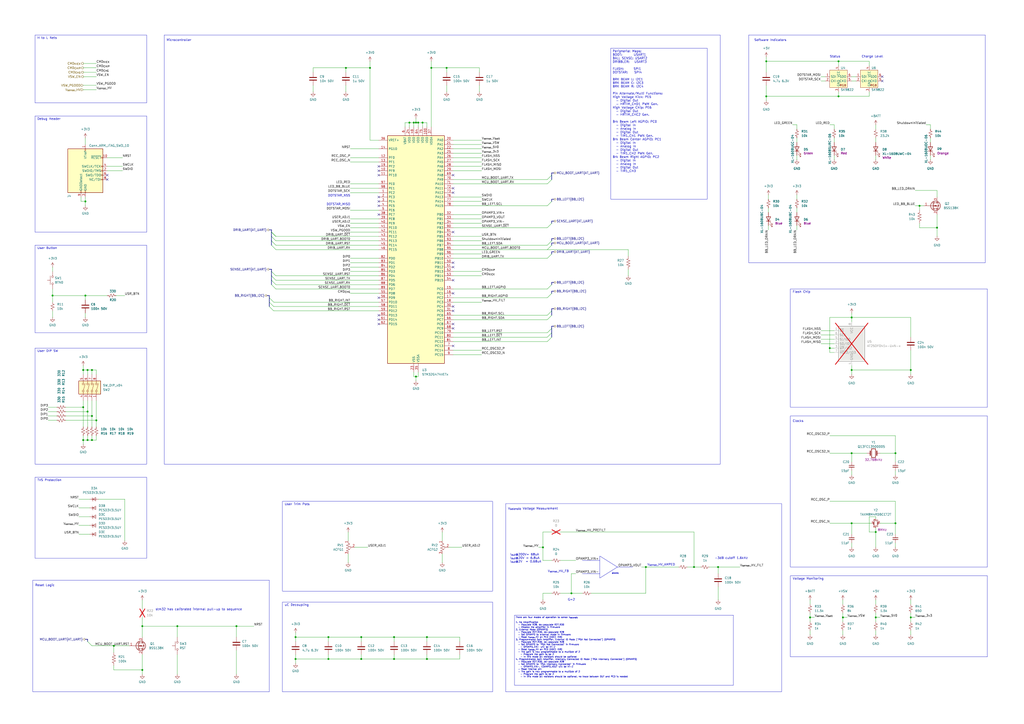
<source format=kicad_sch>
(kicad_sch (version 20231120) (generator "eeschema") (generator_version "8.0")
  (paper "A2")
  (title_block (title "Kicker") (date "2024-12-04") (rev "4.0") (company "The A-Team (RC SSL)") (comment 1 "W. Stuckey"))
  (junction (at 528.32 358.14))
  (junction (at 508 308.61))
  (junction (at 444.5 35.56))
  (junction (at 241.3 71.12))
  (junction (at 519.43 262.89))
  (junction (at 82.55 388.62))
  (junction (at 314.96 317.5))
  (junction (at 50.8 214.63))
  (junction (at 171.45 369.57))
  (junction (at 374.65 328.93))
  (junction (at 102.87 363.22))
  (junction (at 486.41 35.56))
  (junction (at 53.34 214.63))
  (junction (at 245.11 71.12))
  (junction (at 494.03 214.63))
  (junction (at 533.4 119.38))
  (junction (at 240.03 71.12))
  (junction (at 49.53 171.45))
  (junction (at 250.19 39.37))
  (junction (at 247.65 382.27))
  (junction (at 494.03 184.15))
  (junction (at 331.47 344.17))
  (junction (at 528.32 214.63))
  (junction (at 247.65 369.57))
  (junction (at 48.26 236.22))
  (junction (at 488.95 358.14))
  (junction (at 55.88 243.84))
  (junction (at 508 358.14))
  (junction (at 402.59 328.93))
  (junction (at 82.55 363.22))
  (junction (at 469.9 358.14))
  (junction (at 49.53 116.84))
  (junction (at 494.03 262.89))
  (junction (at 53.34 241.3))
  (junction (at 50.8 255.27))
  (junction (at 209.55 369.57))
  (junction (at 171.45 382.27))
  (junction (at 48.26 255.27))
  (junction (at 543.56 132.08))
  (junction (at 137.16 363.22))
  (junction (at 53.34 255.27))
  (junction (at 48.26 214.63))
  (junction (at 50.8 238.76))
  (junction (at 30.48 171.45))
  (junction (at 519.43 303.53))
  (junction (at 200.66 39.37))
  (junction (at 237.49 71.12))
  (junction (at 214.63 39.37))
  (junction (at 228.6 382.27))
  (junction (at 241.3 218.44))
  (junction (at 190.5 382.27))
  (junction (at 444.5 55.88))
  (junction (at 66.04 374.65))
  (junction (at 190.5 369.57))
  (junction (at 486.41 55.88))
  (junction (at 416.56 328.93))
  (junction (at 242.57 71.12))
  (junction (at 228.6 369.57))
  (junction (at 209.55 382.27))
  (junction (at 259.08 39.37))
  (junction (at 481.33 201.93))
  (junction (at 494.03 303.53))
  (no_connect (at 262.89 177.8))
  (no_connect (at 262.89 152.4))
  (no_connect (at 219.71 182.88))
  (no_connect (at 262.89 187.96))
  (no_connect (at 511.81 44.45))
  (no_connect (at 262.89 134.62))
  (no_connect (at 262.89 190.5))
  (no_connect (at 262.89 154.94))
  (no_connect (at 219.71 101.6))
  (no_connect (at 62.23 104.14))
  (no_connect (at 219.71 114.3))
  (no_connect (at 262.89 109.22))
  (no_connect (at 262.89 111.76))
  (no_connect (at 511.81 46.99))
  (no_connect (at 262.89 200.66))
  (no_connect (at 62.23 101.6))
  (no_connect (at 219.71 116.84))
  (no_connect (at 262.89 180.34))
  (no_connect (at 262.89 162.56))
  (no_connect (at 219.71 172.72))
  (no_connect (at 219.71 187.96))
  (no_connect (at 219.71 119.38))
  (no_connect (at 262.89 101.6))
  (no_connect (at 262.89 170.18))
  (no_connect (at 219.71 185.42))
  (no_connect (at 219.71 96.52))
  (no_connect (at 219.71 124.46))
  (no_connect (at 219.71 99.06))
  (bus_entry (at 157.48 137.16) (size 2.54 2.54))
  (bus_entry (at 156.21 172.72) (size 2.54 2.54))
  (bus_entry (at 320.04 129.54) (size -2.54 2.54))
  (bus_entry (at 50.8 372.11) (size 2.54 2.54))
  (bus_entry (at 320.04 190.5) (size -2.54 2.54))
  (bus_entry (at 320.04 182.88) (size -2.54 2.54))
  (bus_entry (at 320.04 139.7) (size -2.54 2.54))
  (bus_entry (at 320.04 101.6) (size -2.54 2.54))
  (bus_entry (at 157.48 142.24) (size 2.54 2.54))
  (bus_entry (at 157.48 165.1) (size 2.54 2.54))
  (bus_entry (at 157.48 160.02) (size 2.54 2.54))
  (bus_entry (at 320.04 142.24) (size -2.54 2.54))
  (bus_entry (at 320.04 170.18) (size -2.54 2.54))
  (bus_entry (at 157.48 157.48) (size 2.54 2.54))
  (bus_entry (at 156.21 175.26) (size 2.54 2.54))
  (bus_entry (at 320.04 147.32) (size -2.54 2.54))
  (bus_entry (at 320.04 104.14) (size -2.54 2.54))
  (bus_entry (at 320.04 180.34) (size -2.54 2.54))
  (bus_entry (at 157.48 134.62) (size 2.54 2.54))
  (bus_entry (at 157.48 134.62) (size 2.54 2.54))
  (bus_entry (at 320.04 193.04) (size -2.54 2.54))
  (bus_entry (at 320.04 116.84) (size -2.54 2.54))
  (bus_entry (at 157.48 139.7) (size 2.54 2.54))
  (bus_entry (at 320.04 165.1) (size -2.54 2.54))
  (bus_entry (at 157.48 162.56) (size 2.54 2.54))
  (bus_entry (at 320.04 195.58) (size -2.54 2.54))
  (bus_entry (at 156.21 177.8) (size 2.54 2.54))
  (wire (pts (xy 228.6 372.11) (xy 228.6 369.57)))
  (wire (pts (xy 247.65 369.57) (xy 228.6 369.57)))
  (wire (pts (xy 203.2 154.94) (xy 219.71 154.94)))
  (wire (pts (xy 48.26 217.17) (xy 48.26 214.63)))
  (wire (pts (xy 508 365.76) (xy 508 368.3)))
  (wire (pts (xy 411.48 328.93) (xy 416.56 328.93)))
  (bus (pts (xy 321.31 115.57) (xy 320.04 115.57)))
  (wire (pts (xy 494.03 314.96) (xy 494.03 317.5)))
  (wire (pts (xy 364.49 144.78) (xy 364.49 148.59)))
  (wire (pts (xy 50.8 232.41) (xy 50.8 238.76)))
  (wire (pts (xy 528.32 365.76) (xy 528.32 368.3)))
  (wire (pts (xy 262.89 203.2) (xy 279.4 203.2)))
  (bus (pts (xy 157.48 157.48) (xy 157.48 160.02)))
  (bus (pts (xy 321.31 100.33) (xy 320.04 100.33)))
  (wire (pts (xy 262.89 129.54) (xy 279.4 129.54)))
  (wire (pts (xy 38.1 236.22) (xy 48.26 236.22)))
  (wire (pts (xy 374.65 328.93) (xy 393.7 328.93)))
  (wire (pts (xy 483.87 90.17) (xy 483.87 92.71)))
  (wire (pts (xy 55.88 214.63) (xy 53.34 214.63)))
  (wire (pts (xy 476.25 44.45) (xy 478.79 44.45)))
  (wire (pts (xy 203.2 129.54) (xy 219.71 129.54)))
  (wire (pts (xy 481.33 204.47) (xy 481.33 201.93)))
  (wire (pts (xy 314.96 325.12) (xy 314.96 317.5)))
  (polyline (pts (xy 85.09 67.31) (xy 85.09 134.62)))
  (wire (pts (xy 494.03 184.15) (xy 528.32 184.15)))
  (bus (pts (xy 49.53 370.84) (xy 50.8 370.84)))
  (wire (pts (xy 262.89 160.02) (xy 279.4 160.02)))
  (wire (pts (xy 203.2 111.76) (xy 219.71 111.76)))
  (wire (pts (xy 494.03 214.63) (xy 494.03 217.17)))
  (wire (pts (xy 325.12 344.17) (xy 331.47 344.17)))
  (wire (pts (xy 30.48 171.45) (xy 49.53 171.45)))
  (wire (pts (xy 49.53 114.3) (xy 49.53 116.84)))
  (wire (pts (xy 209.55 379.73) (xy 209.55 382.27)))
  (wire (pts (xy 67.31 171.45) (xy 72.39 171.45)))
  (bus (pts (xy 157.48 156.21) (xy 157.48 157.48)))
  (polyline (pts (xy 337.82 332.74) (xy 347.98 332.74)))
  (wire (pts (xy 508 355.6) (xy 508 358.14)))
  (wire (pts (xy 250.19 39.37) (xy 259.08 39.37)))
  (wire (pts (xy 374.65 328.93) (xy 374.65 344.17)))
  (wire (pts (xy 262.89 106.68) (xy 317.5 106.68)))
  (wire (pts (xy 416.56 328.93) (xy 416.56 332.74)))
  (wire (pts (xy 444.5 55.88) (xy 486.41 55.88)))
  (wire (pts (xy 160.02 167.64) (xy 219.71 167.64)))
  (bus (pts (xy 320.04 128.27) (xy 320.04 129.54)))
  (wire (pts (xy 494.03 309.88) (xy 494.03 303.53)))
  (wire (pts (xy 228.6 379.73) (xy 228.6 382.27)))
  (wire (pts (xy 337.82 344.17) (xy 331.47 344.17)))
  (wire (pts (xy 262.89 193.04) (xy 317.5 193.04)))
  (wire (pts (xy 181.61 39.37) (xy 200.66 39.37)))
  (wire (pts (xy 262.89 104.14) (xy 317.5 104.14)))
  (wire (pts (xy 201.93 308.61) (xy 201.93 313.69)))
  (bus (pts (xy 157.48 162.56) (xy 157.48 165.1)))
  (wire (pts (xy 488.95 365.76) (xy 488.95 368.3)))
  (wire (pts (xy 262.89 182.88) (xy 317.5 182.88)))
  (wire (pts (xy 486.41 35.56) (xy 504.19 35.56)))
  (wire (pts (xy 481.33 201.93) (xy 481.33 184.15)))
  (wire (pts (xy 469.9 358.14) (xy 472.44 358.14)))
  (wire (pts (xy 171.45 379.73) (xy 171.45 382.27)))
  (wire (pts (xy 483.87 201.93) (xy 481.33 201.93)))
  (wire (pts (xy 171.45 369.57) (xy 171.45 372.11)))
  (wire (pts (xy 247.65 71.12) (xy 245.11 71.12)))
  (wire (pts (xy 160.02 144.78) (xy 219.71 144.78)))
  (wire (pts (xy 214.63 35.56) (xy 214.63 39.37)))
  (wire (pts (xy 203.2 93.98) (xy 219.71 93.98)))
  (bus (pts (xy 157.48 133.35) (xy 157.48 134.62)))
  (wire (pts (xy 508 80.01) (xy 508 82.55)))
  (wire (pts (xy 55.88 52.07) (xy 48.26 52.07)))
  (polyline (pts (xy 85.09 134.62) (xy 20.32 134.62)))
  (wire (pts (xy 247.65 73.66) (xy 247.65 71.12)))
  (wire (pts (xy 171.45 367.03) (xy 171.45 369.57)))
  (wire (pts (xy 533.4 119.38) (xy 535.94 119.38)))
  (wire (pts (xy 38.1 238.76) (xy 50.8 238.76)))
  (wire (pts (xy 496.57 46.99) (xy 494.03 46.99)))
  (wire (pts (xy 38.1 241.3) (xy 53.34 241.3)))
  (wire (pts (xy 462.28 120.65) (xy 462.28 123.19)))
  (wire (pts (xy 462.28 72.39) (xy 462.28 74.93)))
  (wire (pts (xy 533.4 132.08) (xy 543.56 132.08)))
  (wire (pts (xy 469.9 365.76) (xy 469.9 368.3)))
  (wire (pts (xy 262.89 149.86) (xy 317.5 149.86)))
  (wire (pts (xy 445.77 113.03) (xy 445.77 115.57)))
  (wire (pts (xy 30.48 180.34) (xy 30.48 184.15)))
  (wire (pts (xy 508 308.61) (xy 508 317.5)))
  (wire (pts (xy 314.96 317.5) (xy 314.96 308.61)))
  (wire (pts (xy 190.5 382.27) (xy 209.55 382.27)))
  (wire (pts (xy 508 300.99) (xy 508 299.72)))
  (wire (pts (xy 486.41 55.88) (xy 504.19 55.88)))
  (wire (pts (xy 262.89 142.24) (xy 317.5 142.24)))
  (wire (pts (xy 214.63 81.28) (xy 219.71 81.28)))
  (bus (pts (xy 320.04 180.34) (xy 320.04 182.88)))
  (wire (pts (xy 49.53 181.61) (xy 49.53 184.15)))
  (bus (pts (xy 320.04 100.33) (xy 320.04 101.6)))
  (wire (pts (xy 48.26 255.27) (xy 48.26 252.73)))
  (wire (pts (xy 45.72 294.64) (xy 52.07 294.64)))
  (wire (pts (xy 181.61 39.37) (xy 181.61 41.91)))
  (wire (pts (xy 48.26 214.63) (xy 48.26 212.09)))
  (wire (pts (xy 262.89 124.46) (xy 279.4 124.46)))
  (wire (pts (xy 66.04 388.62) (xy 82.55 388.62)))
  (wire (pts (xy 62.23 99.06) (xy 71.12 99.06)))
  (wire (pts (xy 102.87 379.73) (xy 102.87 391.16)))
  (wire (pts (xy 537.21 72.39) (xy 539.75 72.39)))
  (wire (pts (xy 53.34 217.17) (xy 53.34 214.63)))
  (wire (pts (xy 200.66 39.37) (xy 214.63 39.37)))
  (wire (pts (xy 508 306.07) (xy 508 308.61)))
  (bus (pts (xy 321.31 140.97) (xy 320.04 140.97)))
  (wire (pts (xy 53.34 252.73) (xy 53.34 255.27)))
  (wire (pts (xy 203.2 109.22) (xy 219.71 109.22)))
  (wire (pts (xy 262.89 127) (xy 279.4 127)))
  (wire (pts (xy 494.03 303.53) (xy 505.46 303.53)))
  (wire (pts (xy 203.2 149.86) (xy 219.71 149.86)))
  (bus (pts (xy 321.31 163.83) (xy 320.04 163.83)))
  (wire (pts (xy 262.89 175.26) (xy 279.4 175.26)))
  (wire (pts (xy 38.1 243.84) (xy 55.88 243.84)))
  (wire (pts (xy 494.03 262.89) (xy 502.92 262.89)))
  (wire (pts (xy 49.53 171.45) (xy 62.23 171.45)))
  (wire (pts (xy 266.7 372.11) (xy 266.7 369.57)))
  (wire (pts (xy 247.65 372.11) (xy 247.65 369.57)))
  (wire (pts (xy 201.93 321.31) (xy 201.93 326.39)))
  (polyline (pts (xy 347.98 322.58) (xy 347.98 335.28)))
  (wire (pts (xy 510.54 303.53) (xy 519.43 303.53)))
  (wire (pts (xy 240.03 215.9) (xy 240.03 218.44)))
  (wire (pts (xy 262.89 88.9) (xy 279.4 88.9)))
  (wire (pts (xy 259.08 39.37) (xy 278.13 39.37)))
  (polyline (pts (xy 571.5 20.32) (xy 571.5 152.4)))
  (wire (pts (xy 459.74 72.39) (xy 462.28 72.39)))
  (wire (pts (xy 50.8 252.73) (xy 50.8 255.27)))
  (bus (pts (xy 320.04 190.5) (xy 320.04 193.04)))
  (wire (pts (xy 267.97 317.5) (xy 260.35 317.5)))
  (bus (pts (xy 157.48 160.02) (xy 157.48 162.56)))
  (wire (pts (xy 245.11 71.12) (xy 242.57 71.12)))
  (wire (pts (xy 494.03 181.61) (xy 494.03 184.15)))
  (wire (pts (xy 486.41 53.34) (xy 486.41 55.88)))
  (wire (pts (xy 262.89 195.58) (xy 317.5 195.58)))
  (wire (pts (xy 488.95 358.14) (xy 491.49 358.14)))
  (wire (pts (xy 228.6 382.27) (xy 247.65 382.27)))
  (wire (pts (xy 55.88 252.73) (xy 55.88 255.27)))
  (wire (pts (xy 462.28 113.03) (xy 462.28 115.57)))
  (wire (pts (xy 320.04 344.17) (xy 314.96 344.17)))
  (wire (pts (xy 158.75 175.26) (xy 219.71 175.26)))
  (wire (pts (xy 62.23 96.52) (xy 71.12 96.52)))
  (wire (pts (xy 160.02 162.56) (xy 219.71 162.56)))
  (wire (pts (xy 481.33 184.15) (xy 494.03 184.15)))
  (wire (pts (xy 504.19 53.34) (xy 504.19 55.88)))
  (wire (pts (xy 241.3 218.44) (xy 241.3 220.98)))
  (wire (pts (xy 214.63 39.37) (xy 214.63 81.28)))
  (wire (pts (xy 278.13 49.53) (xy 278.13 53.34)))
  (bus (pts (xy 321.31 138.43) (xy 320.04 138.43)))
  (wire (pts (xy 82.55 363.22) (xy 82.55 369.57)))
  (wire (pts (xy 57.15 289.56) (xy 72.39 289.56)))
  (wire (pts (xy 160.02 139.7) (xy 219.71 139.7)))
  (wire (pts (xy 262.89 139.7) (xy 279.4 139.7)))
  (polyline (pts (xy 347.98 335.28) (xy 358.14 328.93)))
  (bus (pts (xy 156.21 171.45) (xy 156.21 172.72)))
  (polyline (pts (xy 20.32 67.31) (xy 20.32 134.62)))
  (wire (pts (xy 190.5 379.73) (xy 190.5 382.27)))
  (wire (pts (xy 262.89 172.72) (xy 317.5 172.72)))
  (wire (pts (xy 27.94 241.3) (xy 33.02 241.3)))
  (wire (pts (xy 508 72.39) (xy 508 74.93)))
  (wire (pts (xy 317.5 144.78) (xy 364.49 144.78)))
  (wire (pts (xy 262.89 137.16) (xy 279.4 137.16)))
  (wire (pts (xy 241.3 68.58) (xy 241.3 71.12)))
  (wire (pts (xy 137.16 363.22) (xy 147.32 363.22)))
  (wire (pts (xy 160.02 160.02) (xy 219.71 160.02)))
  (wire (pts (xy 55.88 217.17) (xy 55.88 214.63)))
  (bus (pts (xy 156.21 156.21) (xy 157.48 156.21)))
  (bus (pts (xy 154.94 171.45) (xy 156.21 171.45)))
  (wire (pts (xy 45.72 299.72) (xy 52.07 299.72)))
  (bus (pts (xy 321.31 189.23) (xy 320.04 189.23)))
  (wire (pts (xy 476.25 46.99) (xy 478.79 46.99)))
  (wire (pts (xy 539.75 72.39) (xy 539.75 74.93)))
  (wire (pts (xy 528.32 355.6) (xy 528.32 358.14)))
  (wire (pts (xy 469.9 358.14) (xy 469.9 360.68)))
  (bus (pts (xy 320.04 168.91) (xy 320.04 170.18)))
  (wire (pts (xy 82.55 388.62) (xy 82.55 391.16)))
  (wire (pts (xy 444.5 55.88) (xy 444.5 58.42)))
  (wire (pts (xy 137.16 377.19) (xy 137.16 391.16)))
  (wire (pts (xy 262.89 198.12) (xy 317.5 198.12)))
  (wire (pts (xy 234.95 73.66) (xy 234.95 71.12)))
  (wire (pts (xy 483.87 194.31) (xy 476.25 194.31)))
  (wire (pts (xy 66.04 374.65) (xy 66.04 378.46)))
  (polyline (pts (xy 337.82 325.12) (xy 347.98 325.12)))
  (wire (pts (xy 234.95 71.12) (xy 237.49 71.12)))
  (wire (pts (xy 160.02 165.1) (xy 219.71 165.1)))
  (wire (pts (xy 486.41 35.56) (xy 486.41 38.1)))
  (wire (pts (xy 46.99 114.3) (xy 46.99 116.84)))
  (bus (pts (xy 321.31 146.05) (xy 320.04 146.05)))
  (wire (pts (xy 481.33 303.53) (xy 494.03 303.53)))
  (wire (pts (xy 508 347.98) (xy 508 350.52)))
  (wire (pts (xy 55.88 243.84) (xy 55.88 247.65)))
  (wire (pts (xy 262.89 144.78) (xy 317.5 144.78)))
  (wire (pts (xy 325.12 308.61) (xy 402.59 308.61)))
  (wire (pts (xy 219.71 121.92) (xy 203.2 121.92)))
  (wire (pts (xy 49.53 171.45) (xy 49.53 173.99)))
  (wire (pts (xy 241.3 71.12) (xy 242.57 71.12)))
  (wire (pts (xy 528.32 358.14) (xy 530.86 358.14)))
  (wire (pts (xy 242.57 73.66) (xy 242.57 71.12)))
  (wire (pts (xy 262.89 119.38) (xy 317.5 119.38)))
  (wire (pts (xy 510.54 262.89) (xy 519.43 262.89)))
  (wire (pts (xy 160.02 137.16) (xy 219.71 137.16)))
  (wire (pts (xy 237.49 73.66) (xy 237.49 71.12)))
  (wire (pts (xy 241.3 218.44) (xy 240.03 218.44)))
  (wire (pts (xy 203.2 132.08) (xy 219.71 132.08)))
  (wire (pts (xy 247.65 369.57) (xy 266.7 369.57)))
  (wire (pts (xy 137.16 363.22) (xy 137.16 369.57)))
  (wire (pts (xy 519.43 290.83) (xy 519.43 303.53)))
  (wire (pts (xy 543.56 132.08) (xy 543.56 137.16)))
  (wire (pts (xy 262.89 147.32) (xy 279.4 147.32)))
  (wire (pts (xy 48.26 49.53) (xy 55.88 49.53)))
  (wire (pts (xy 262.89 81.28) (xy 279.4 81.28)))
  (wire (pts (xy 374.65 328.93) (xy 372.11 328.93)))
  (wire (pts (xy 504.19 299.72) (xy 504.19 308.61)))
  (wire (pts (xy 55.88 232.41) (xy 55.88 243.84)))
  (wire (pts (xy 483.87 199.39) (xy 476.25 199.39)))
  (wire (pts (xy 30.48 171.45) (xy 30.48 175.26)))
  (wire (pts (xy 504.19 308.61) (xy 508 308.61)))
  (wire (pts (xy 402.59 308.61) (xy 402.59 328.93)))
  (bus (pts (xy 320.04 115.57) (xy 320.04 116.84)))
  (wire (pts (xy 543.56 110.49) (xy 543.56 114.3)))
  (wire (pts (xy 539.75 90.17) (xy 539.75 92.71)))
  (wire (pts (xy 508 358.14) (xy 508 360.68)))
  (wire (pts (xy 48.26 41.91) (xy 55.88 41.91)))
  (bus (pts (xy 321.31 179.07) (xy 320.04 179.07)))
  (wire (pts (xy 72.39 289.56) (xy 72.39 313.69)))
  (bus (pts (xy 321.31 128.27) (xy 320.04 128.27)))
  (wire (pts (xy 262.89 132.08) (xy 317.5 132.08)))
  (wire (pts (xy 444.5 33.02) (xy 444.5 35.56)))
  (wire (pts (xy 53.34 241.3) (xy 53.34 247.65)))
  (polyline (pts (xy 434.34 152.4) (xy 571.5 152.4)))
  (wire (pts (xy 181.61 49.53) (xy 181.61 53.34)))
  (wire (pts (xy 240.03 71.12) (xy 240.03 73.66)))
  (wire (pts (xy 48.26 36.83) (xy 55.88 36.83)))
  (wire (pts (xy 250.19 73.66) (xy 250.19 39.37)))
  (wire (pts (xy 496.57 44.45) (xy 494.03 44.45)))
  (wire (pts (xy 488.95 358.14) (xy 488.95 360.68)))
  (wire (pts (xy 416.56 328.93) (xy 429.26 328.93)))
  (wire (pts (xy 45.72 289.56) (xy 52.07 289.56)))
  (wire (pts (xy 494.03 214.63) (xy 528.32 214.63)))
  (wire (pts (xy 203.2 152.4) (xy 219.71 152.4)))
  (wire (pts (xy 203.2 127) (xy 219.71 127)))
  (wire (pts (xy 539.75 82.55) (xy 539.75 80.01)))
  (wire (pts (xy 102.87 363.22) (xy 102.87 369.57)))
  (wire (pts (xy 262.89 91.44) (xy 279.4 91.44)))
  (wire (pts (xy 262.89 96.52) (xy 279.4 96.52)))
  (wire (pts (xy 259.08 39.37) (xy 259.08 41.91)))
  (wire (pts (xy 508 358.14) (xy 510.54 358.14)))
  (wire (pts (xy 66.04 386.08) (xy 66.04 388.62)))
  (wire (pts (xy 528.32 347.98) (xy 528.32 350.52)))
  (wire (pts (xy 483.87 191.77) (xy 476.25 191.77)))
  (wire (pts (xy 494.03 212.09) (xy 494.03 214.63)))
  (wire (pts (xy 483.87 72.39) (xy 483.87 74.93)))
  (bus (pts (xy 157.48 137.16) (xy 157.48 139.7)))
  (wire (pts (xy 158.75 177.8) (xy 219.71 177.8)))
  (wire (pts (xy 53.34 255.27) (xy 50.8 255.27)))
  (wire (pts (xy 519.43 262.89) (xy 519.43 267.97)))
  (wire (pts (xy 262.89 157.48) (xy 279.4 157.48)))
  (wire (pts (xy 262.89 83.82) (xy 279.4 83.82)))
  (wire (pts (xy 48.26 44.45) (xy 55.88 44.45)))
  (wire (pts (xy 171.45 382.27) (xy 171.45 384.81)))
  (wire (pts (xy 444.5 49.53) (xy 444.5 55.88)))
  (bus (pts (xy 320.04 140.97) (xy 320.04 142.24)))
  (wire (pts (xy 53.34 232.41) (xy 53.34 241.3)))
  (wire (pts (xy 481.33 252.73) (xy 519.43 252.73)))
  (bus (pts (xy 320.04 138.43) (xy 320.04 139.7)))
  (wire (pts (xy 55.88 255.27) (xy 53.34 255.27)))
  (wire (pts (xy 160.02 142.24) (xy 219.71 142.24)))
  (wire (pts (xy 519.43 314.96) (xy 519.43 317.5)))
  (wire (pts (xy 266.7 382.27) (xy 247.65 382.27)))
  (wire (pts (xy 262.89 99.06) (xy 279.4 99.06)))
  (wire (pts (xy 320.04 325.12) (xy 314.96 325.12)))
  (bus (pts (xy 320.04 193.04) (xy 320.04 195.58)))
  (wire (pts (xy 190.5 372.11) (xy 190.5 369.57)))
  (wire (pts (xy 241.3 71.12) (xy 240.03 71.12)))
  (bus (pts (xy 157.48 139.7) (xy 157.48 142.24)))
  (wire (pts (xy 200.66 49.53) (xy 200.66 53.34)))
  (wire (pts (xy 445.77 130.81) (xy 445.77 133.35)))
  (wire (pts (xy 543.56 124.46) (xy 543.56 132.08)))
  (wire (pts (xy 494.03 186.69) (xy 494.03 184.15)))
  (wire (pts (xy 49.53 116.84) (xy 49.53 119.38)))
  (wire (pts (xy 52.07 309.88) (xy 45.72 309.88)))
  (wire (pts (xy 481.33 72.39) (xy 483.87 72.39)))
  (wire (pts (xy 481.33 262.89) (xy 494.03 262.89)))
  (wire (pts (xy 416.56 340.36) (xy 416.56 347.98)))
  (wire (pts (xy 262.89 93.98) (xy 279.4 93.98)))
  (wire (pts (xy 469.9 355.6) (xy 469.9 358.14)))
  (wire (pts (xy 331.47 332.74) (xy 334.01 332.74)))
  (wire (pts (xy 364.49 156.21) (xy 364.49 160.02)))
  (wire (pts (xy 102.87 363.22) (xy 82.55 363.22)))
  (wire (pts (xy 483.87 196.85) (xy 476.25 196.85)))
  (wire (pts (xy 247.65 379.73) (xy 247.65 382.27)))
  (wire (pts (xy 488.95 355.6) (xy 488.95 358.14)))
  (wire (pts (xy 240.03 71.12) (xy 237.49 71.12)))
  (wire (pts (xy 66.04 374.65) (xy 74.93 374.65)))
  (bus (pts (xy 320.04 146.05) (xy 320.04 147.32)))
  (wire (pts (xy 242.57 218.44) (xy 241.3 218.44)))
  (wire (pts (xy 82.55 379.73) (xy 82.55 388.62)))
  (wire (pts (xy 48.26 257.81) (xy 48.26 255.27)))
  (wire (pts (xy 171.45 382.27) (xy 190.5 382.27)))
  (wire (pts (xy 50.8 238.76) (xy 50.8 247.65)))
  (wire (pts (xy 209.55 372.11) (xy 209.55 369.57)))
  (wire (pts (xy 46.99 116.84) (xy 49.53 116.84)))
  (wire (pts (xy 50.8 217.17) (xy 50.8 214.63)))
  (wire (pts (xy 49.53 80.01) (xy 49.53 83.82)))
  (wire (pts (xy 203.2 91.44) (xy 219.71 91.44)))
  (wire (pts (xy 48.26 236.22) (xy 48.26 247.65)))
  (wire (pts (xy 30.48 167.64) (xy 30.48 171.45)))
  (wire (pts (xy 528.32 358.14) (xy 528.32 360.68)))
  (wire (pts (xy 462.28 80.01) (xy 462.28 82.55)))
  (wire (pts (xy 481.33 290.83) (xy 519.43 290.83)))
  (wire (pts (xy 469.9 347.98) (xy 469.9 350.52)))
  (wire (pts (xy 462.28 90.17) (xy 462.28 92.71)))
  (wire (pts (xy 48.26 232.41) (xy 48.26 236.22)))
  (wire (pts (xy 325.12 325.12) (xy 334.01 325.12)))
  (wire (pts (xy 27.94 236.22) (xy 33.02 236.22)))
  (wire (pts (xy 53.34 374.65) (xy 66.04 374.65)))
  (bus (pts (xy 157.48 134.62) (xy 157.48 137.16)))
  (wire (pts (xy 488.95 347.98) (xy 488.95 350.52)))
  (wire (pts (xy 48.26 39.37) (xy 55.88 39.37)))
  (wire (pts (xy 483.87 80.01) (xy 483.87 82.55)))
  (wire (pts (xy 158.75 180.34) (xy 219.71 180.34)))
  (wire (pts (xy 50.8 214.63) (xy 48.26 214.63)))
  (wire (pts (xy 27.94 238.76) (xy 33.02 238.76)))
  (wire (pts (xy 203.2 86.36) (xy 219.71 86.36)))
  (wire (pts (xy 331.47 344.17) (xy 331.47 332.74)))
  (wire (pts (xy 50.8 255.27) (xy 48.26 255.27)))
  (wire (pts (xy 508 299.72) (xy 504.19 299.72)))
  (wire (pts (xy 262.89 114.3) (xy 279.4 114.3)))
  (wire (pts (xy 504.19 35.56) (xy 504.19 38.1)))
  (wire (pts (xy 528.32 184.15) (xy 528.32 195.58)))
  (wire (pts (xy 444.5 35.56) (xy 444.5 41.91)))
  (wire (pts (xy 53.34 214.63) (xy 50.8 214.63)))
  (wire (pts (xy 27.94 243.84) (xy 33.02 243.84)))
  (wire (pts (xy 519.43 303.53) (xy 519.43 309.88)))
  (wire (pts (xy 203.2 170.18) (xy 219.71 170.18)))
  (wire (pts (xy 533.4 129.54) (xy 533.4 132.08)))
  (polyline (pts (xy 347.98 322.58) (xy 358.14 328.93)))
  (wire (pts (xy 245.11 73.66) (xy 245.11 71.12)))
  (bus (pts (xy 156.21 133.35) (xy 157.48 133.35)))
  (wire (pts (xy 200.66 39.37) (xy 200.66 41.91)))
  (bus (pts (xy 50.8 370.84) (xy 50.8 372.11)))
  (wire (pts (xy 483.87 204.47) (xy 481.33 204.47)))
  (wire (pts (xy 262.89 205.74) (xy 279.4 205.74)))
  (wire (pts (xy 262.89 86.36) (xy 279.4 86.36)))
  (wire (pts (xy 528.32 214.63) (xy 528.32 217.17)))
  (wire (pts (xy 203.2 106.68) (xy 219.71 106.68)))
  (wire (pts (xy 519.43 252.73) (xy 519.43 262.89)))
  (wire (pts (xy 519.43 273.05) (xy 519.43 275.59)))
  (wire (pts (xy 203.2 134.62) (xy 219.71 134.62)))
  (wire (pts (xy 62.23 91.44) (xy 71.12 91.44)))
  (wire (pts (xy 312.42 317.5) (xy 314.96 317.5)))
  (wire (pts (xy 256.54 308.61) (xy 256.54 313.69)))
  (wire (pts (xy 262.89 185.42) (xy 317.5 185.42)))
  (bus (pts (xy 320.04 101.6) (xy 320.04 104.14)))
  (wire (pts (xy 250.19 35.56) (xy 250.19 39.37)))
  (wire (pts (xy 209.55 369.57) (xy 228.6 369.57)))
  (wire (pts (xy 533.4 119.38) (xy 533.4 121.92)))
  (wire (pts (xy 494.03 262.89) (xy 494.03 267.97)))
  (wire (pts (xy 30.48 154.94) (xy 30.48 157.48)))
  (wire (pts (xy 82.55 358.14) (xy 82.55 363.22)))
  (wire (pts (xy 314.96 308.61) (xy 320.04 308.61)))
  (wire (pts (xy 444.5 35.56) (xy 486.41 35.56)))
  (bus (pts (xy 320.04 179.07) (xy 320.04 180.34)))
  (wire (pts (xy 266.7 379.73) (xy 266.7 382.27)))
  (wire (pts (xy 462.28 130.81) (xy 462.28 133.35)))
  (wire (pts (xy 203.2 157.48) (xy 219.71 157.48)))
  (wire (pts (xy 278.13 39.37) (xy 278.13 41.91)))
  (polyline (pts (xy 20.32 67.31) (xy 85.09 67.31)))
  (wire (pts (xy 52.07 304.8) (xy 45.72 304.8)))
  (bus (pts (xy 320.04 189.23) (xy 320.04 190.5)))
  (wire (pts (xy 402.59 328.93) (xy 406.4 328.93)))
  (bus (pts (xy 156.21 175.26) (xy 156.21 177.8)))
  (wire (pts (xy 494.03 273.05) (xy 494.03 275.59)))
  (wire (pts (xy 209.55 382.27) (xy 228.6 382.27)))
  (wire (pts (xy 190.5 369.57) (xy 209.55 369.57)))
  (wire (pts (xy 398.78 328.93) (xy 402.59 328.93)))
  (wire (pts (xy 242.57 215.9) (xy 242.57 218.44)))
  (wire (pts (xy 530.86 110.49) (xy 543.56 110.49)))
  (polyline (pts (xy 358.14 328.93) (xy 367.03 328.93)))
  (wire (pts (xy 314.96 344.17) (xy 314.96 347.98)))
  (wire (pts (xy 256.54 321.31) (xy 256.54 326.39)))
  (bus (pts (xy 156.21 172.72) (xy 156.21 175.26)))
  (wire (pts (xy 374.65 344.17) (xy 342.9 344.17)))
  (wire (pts (xy 171.45 369.57) (xy 190.5 369.57)))
  (bus (pts (xy 321.31 168.91) (xy 320.04 168.91)))
  (wire (pts (xy 530.86 119.38) (xy 533.4 119.38)))
  (polyline (pts (xy 571.5 20.32) (xy 434.34 20.32)))
  (wire (pts (xy 262.89 116.84) (xy 279.4 116.84)))
  (wire (pts (xy 213.36 317.5) (xy 205.74 317.5)))
  (wire (pts (xy 82.55 347.98) (xy 82.55 353.06)))
  (wire (pts (xy 102.87 363.22) (xy 137.16 363.22)))
  (bus (pts (xy 320.04 163.83) (xy 320.04 165.1)))
  (wire (pts (xy 528.32 214.63) (xy 528.32 203.2)))
  (wire (pts (xy 445.77 120.65) (xy 445.77 123.19)))
  (polyline (pts (xy 434.34 20.32) (xy 434.34 152.4)))
  (wire (pts (xy 508 90.17) (xy 508 92.71)))
  (wire (pts (xy 262.89 167.64) (xy 317.5 167.64)))
  (wire (pts (xy 259.08 49.53) (xy 259.08 53.34)))
  (rectangle (start 163.83 290.83) (end 285.75 342.9))
  (rectangle (start 458.47 241.3) (end 572.77 328.93))
  (rectangle (start 20.32 276.86) (end 85.09 323.85))
  (rectangle (start 20.32 201.93) (end 85.09 269.24))
  (rectangle (start 458.47 167.64) (end 572.77 236.22))
  (rectangle (start 163.83 349.25) (end 285.75 401.32))
  (rectangle (start 19.05 336.55) (end 156.21 401.32))
  (rectangle (start 20.32 142.24) (end 85.09 193.04))
  (rectangle (start 95.25 20.32) (end 417.83 269.24))
  (rectangle (start 293.37 292.1) (end 453.39 401.32))
  (rectangle (start 20.32 20.32) (end 85.09 59.69))
  (rectangle (start 458.47 334.01) (end 572.77 381))
  (text_box "Peripherial Maps:\nBOOT:       USART1\nBALL SENSE: USART2\nDRIBBLER:   USART3\n\nFLASH:      SPI1\nDOTSTAR:    SPI4\n\nBRK BEAM L: I2C1\nBRK BEAM C: I2C3\nBRK BEAM R: I2C4\n\nPin Alternate/Multi Functions:\nHigh Voltage Kick: PE5 \n  - Digital Out\n  - HRTIM_CHD1 PWM Gen.\nHigh Voltage Chip: PE6 \n  - Digital Out\n  - HRTIM_CHC2 Gen.\n\nBrk Beam Left AGPIO: PC0\n  - Digital In\n  - Analog In\n  - Digital Out\n  - TIM1_CH1 PWN Gen.\nBrk Beam Center AGPIO: PC1\n  - Digital In\n  - Analog In\n  - Digital Out\n  - TIM1_CH2 PWN Gen.\nBrk Beam Right AGPIO: PC2\n  - Digital In\n  - Analog In\n  - Digital Out\n  - TIM1_CH3" (at 354.33 27.94 0) (size 55.88 87.63) (effects (font (size 1.27 1.27)) (justify left top)))
  (text_box "There are four modes of operation to sense V_{solenoid}\n\n1. No Amplification\n  - Populate R28, de-populate R27,R30\n  - Disable the amplifier in firmware\n2. External Mode (OPAMP3)\n  - Populate R27,R30, de-populate R28\n  - Set OPAMP3 to external mode in firmware\n  - Read V_{sense}_HV on PC3 (ADC1 IN9)\n3. Programmable Gain Amplifier, External IO Mode [\"PGA Not Connected\"] (OPAMP3)\n  - Populate R27,R30, de-populate R28\n  - Set OPAMP3 to \"PGA Not Connected\" in firmware\n    - OPAMP3_VIN- will be Hi-Z\n  - Read V_{sense}_HV on PC3 (ADC1 IN9)\n  - The gain is now programmable to a multiple of 2\n    - Program the gain to be 2\n    - In this mode all resistors should be optional\n4. Programmable Gain Amplifier, Internally Connected IO Mode [\"PGA Internally Connected\"] (OPAMP3)\n  - Populate R27,R30, de-populate R28\n  - Set OPAMP3 to \"PGA Internally Connected\" in firmware\n    - OPAMP3_VIN-, COAMP3_VOUT will be Hi-Z\n  - Read internal pin\n  - The gain is now programmable to a multiple of 2\n    - Program the gain to be 2\n    - In this mode all resistors should be optional, no trace between OUT and PC3 is needed" (at 298.45 356.87 0) (size 127 40.64) (effects (font (size 0.889 0.889)) (justify left top)))
  (text "User DIP SW" (at 21.59 204.47 0) (effects (font (size 1.27 1.27)) (justify left bottom)))
  (text "Microcontroller" (at 96.52 24.13 0) (effects (font (size 1.27 1.27)) (justify left bottom)))
  (text "User Trim Pots" (at 165.1 293.37 0) (effects (font (size 1.27 1.27)) (justify left bottom)))
  (text "Clocks" (at 459.74 245.11 0) (effects (font (size 1.27 1.27)) (justify left bottom)))
  (text "-3dB cutoff 1.6kHz" (at 424.18 323.85 0) (effects (font (size 1.27 1.27))))
  (text "Flash Chip" (at 459.74 170.18 0) (effects (font (size 1.27 1.27)) (justify left bottom)))
  (text "Debug Header" (at 21.59 69.85 0) (effects (font (size 1.27 1.27)) (justify left bottom)))
  (text "DOTSTAR_MISO" (at 203.2 119.38 0) (effects (font (size 1.27 1.27)) (justify right bottom)))
  (text "User Button" (at 21.59 144.78 0) (effects (font (size 1.27 1.27)) (justify left bottom)))
  (text "Charge Level" (at 499.745 33.655 0) (effects (font (size 1.27 1.27)) (justify left bottom)))
  (text "stm32 has calibrated internal pull-up to sequence" (at 90.17 354.33 0) (effects (font (size 1.27 1.27)) (justify left bottom)))
  (text "OPAMP3" (at 356.87 332.74 0) (effects (font (size 0.635 0.635))))
  (text "G=2" (at 331.47 347.98 0) (effects (font (size 1.27 1.27))))
  (text "uC Decoupling" (at 165.1 351.79 0) (effects (font (size 1.27 1.27)) (justify left bottom)))
  (text "Voltage Monitoring" (at 459.74 336.55 0) (effects (font (size 1.27 1.27)) (justify left bottom)))
  (text "V_{sense}_HV_FB" (at 323.85 331.47 0) (effects (font (size 1.27 1.27))))
  (text "H to L Nets" (at 21.59 22.86 0) (effects (font (size 1.27 1.27)) (justify left bottom)))
  (text "I_{out}@200V= 68uA\nI_{out}@20V = 6.8uA\nI_{out}@2V  = 0.68uA" (at 295.91 323.85 0) (effects (font (size 1.27 1.27)) (justify left)))
  (text "V_{solenoid} Voltage Measurement" (at 294.64 295.91 0) (effects (font (size 1.27 1.27)) (justify left bottom)))
  (text "Status" (at 481.33 33.655 0) (effects (font (size 1.27 1.27)) (justify left bottom)))
  (text "TVS Protection" (at 21.59 279.4 0) (effects (font (size 1.27 1.27)) (justify left bottom)))
  (text "Reset Logic" (at 20.32 340.36 0) (effects (font (size 1.27 1.27)) (justify left bottom)))
  (text "V_{sense}_HV_AMPED" (at 383.54 327.66 0) (effects (font (size 1.27 1.27))))
  (text "Software Indicators" (at 437.515 24.13 0) (effects (font (size 1.27 1.27)) (justify left bottom)))
  (text "DOTSTAR_NSS" (at 203.2 114.3 0) (effects (font (size 1.27 1.27)) (justify right bottom)))
  (label "DOTSTAR_SCK" (at 203.2 111.76 180))
  (label "USER_ADJ2" (at 203.2 129.54 180))
  (label "CMD_{KICK}" (at 279.4 160.02 0))
  (label "DIP1" (at 203.2 152.4 180))
  (label "VSW_PGOOD" (at 203.2 134.62 180))
  (label "V_{sense}_HV" (at 45.72 304.8 180))
  (label "V_{sense}_3v3" (at 530.86 358.14 0))
  (label "FLASH_MISO" (at 476.25 199.39 180))
  (label "FLASH_MISO" (at 279.4 96.52 0))
  (label "LED_RED" (at 481.33 72.39 180))
  (label "OPAMP3_VIN-" (at 279.4 129.54 0))
  (label "RCC_OSC32_P" (at 481.33 252.73 180))
  (label "V_{sense}_VSW" (at 279.4 83.82 0))
  (label "DOTSTAR_MOSI" (at 476.25 44.45 180))
  (label "BB_RIGHT.RST" (at 203.2 180.34 180))
  (label "USER_ADJ1" (at 213.36 317.5 0))
  (label "NRST" (at 45.72 289.56 180))
  (label "RCC_OSC_N" (at 203.2 93.98 180))
  (label "BB_RIGHT.SDA" (at 279.4 185.42 0))
  (label "CMD_{CHIP}" (at 55.88 39.37 0))
  (label "SWCLK" (at 45.72 294.64 180))
  (label "SENSE_UART.BOOT0" (at 203.2 167.64 180))
  (label "CMD_{CHIP}" (at 279.4 157.48 0))
  (label "BB_LEFT.~{DET}" (at 279.4 195.58 0))
  (label "NRST" (at 203.2 86.36 180))
  (label "VSW_PGOOD" (at 55.88 49.53 0))
  (label "BB_LED_DRAIN" (at 462.28 133.35 270))
  (label "DRIB_UART.~{DET}" (at 203.2 137.16 180))
  (label "BB_LED_DRAIN" (at 445.77 133.35 270))
  (label "RCC_OSC32_N" (at 279.4 205.74 0))
  (label "USER_ADJ2" (at 267.97 317.5 0))
  (label "OPAMP3_VIN+" (at 279.4 124.46 0))
  (label "BB_LEFT.RST" (at 279.4 193.04 0))
  (label "BB_LEFT.SDA" (at 279.4 142.24 0))
  (label "V_{sense}_HV_FILT" (at 429.26 328.93 0))
  (label "SENSE_UART.RST" (at 203.2 160.02 180))
  (label "DIP3" (at 27.94 236.22 180))
  (label "MCU_BOOT_UART.RST" (at 74.93 374.65 180))
  (label "LED_BB_BLUE" (at 530.86 119.38 180))
  (label "OPAMP3_VOUT" (at 372.11 328.93 180))
  (label "FLASH_NSS" (at 279.4 91.44 0))
  (label "FLASH_SCK" (at 476.25 194.31 180))
  (label "DRIB_UART.RX" (at 203.2 144.78 180))
  (label "LED_GREEN" (at 459.74 72.39 180))
  (label "USR_BTN" (at 45.72 309.88 180))
  (label "BB_RIGHT.AGPIO" (at 279.4 172.72 0))
  (label "RCC_OSC32_P" (at 279.4 203.2 0))
  (label "NRST" (at 71.12 91.44 0))
  (label "DIP2" (at 27.94 238.76 180))
  (label "DOTSTAR_MOSI" (at 203.2 121.92 180))
  (label "BB_RIGHT.~{DET}" (at 203.2 177.8 180))
  (label "USER_ADJ1" (at 203.2 127 180))
  (label "RCC_OSC32_N" (at 481.33 262.89 180))
  (label "FLASH_SCK" (at 279.4 93.98 0))
  (label "VSW_EN" (at 203.2 132.08 180))
  (label "V_{sense}_5V0" (at 279.4 86.36 0))
  (label "RCC_OSC_N" (at 481.33 303.53 180))
  (label "V_{sense}_HV" (at 312.42 317.5 180))
  (label "BB_RIGHT.INT" (at 203.2 175.26 180))
  (label "BB_LEFT.SCL" (at 279.4 119.38 0))
  (label "CMD_{CHG}" (at 55.88 41.91 0))
  (label "DOTSTAR_SCK" (at 476.25 46.99 180))
  (label "MCU_BOOT_UART.RX" (at 279.4 106.68 0))
  (label "OPAMP3_VOUT" (at 279.4 127 0))
  (label "SWCLK" (at 71.12 96.52 0))
  (label "DIP3" (at 203.2 157.48 180))
  (label "LED_BB_BLUE" (at 203.2 109.22 180))
  (label "CMD_{CHG}" (at 203.2 170.18 180))
  (label "DIP2" (at 203.2 154.94 180))
  (label "USR_BTN" (at 279.4 137.16 0))
  (label "V_{sense}_HV" (at 55.88 52.07 0))
  (label "USR_BTN" (at 72.39 171.45 0))
  (label "LED_GREEN" (at 279.4 147.32 0))
  (label "ShutdownInitiated" (at 537.21 72.39 180))
  (label "V_{sense}_5V0" (at 510.54 358.14 0))
  (label "DIP0" (at 27.94 243.84 180))
  (label "BB_RIGHT.SCL" (at 279.4 182.88 0))
  (label "DRIB_UART.TX" (at 279.4 149.86 0))
  (label "V_{sense}_3v3" (at 279.4 88.9 0))
  (label "CMD_{KICK}" (at 55.88 36.83 0))
  (label "ShutdownInitiated" (at 279.4 139.7 0))
  (label "SENSE_UART.RX" (at 203.2 165.1 180))
  (label "SWDIO" (at 279.4 114.3 0))
  (label "FLASH_MOSI" (at 476.25 196.85 180))
  (label "MCU_BOOT_UART.BOOT0" (at 279.4 144.78 0))
  (label "NRST" (at 147.32 363.22 0))
  (label "MCU_BOOT_UART.TX" (at 279.4 104.14 0))
  (label "LED_RED" (at 203.2 106.68 180))
  (label "RCC_OSC_P" (at 203.2 91.44 180))
  (label "BB_LED_DRAIN" (at 530.86 110.49 180))
  (label "SWDIO" (at 45.72 299.72 180))
  (label "RCC_OSC_P" (at 481.33 290.83 180))
  (label "V_{sense}_HV_FILT" (at 279.4 175.26 0))
  (label "VSW_EN" (at 55.88 44.45 0))
  (label "SENSE_UART.~{DET}" (at 279.4 132.08 0))
  (label "DRIB_UART.RST" (at 203.2 142.24 180))
  (label "DRIB_UART.BOOT0" (at 203.2 139.7 180))
  (label "SWCLK" (at 279.4 116.84 0))
  (label "FLASH_MOSI" (at 279.4 99.06 0))
  (label "V_{sense}_V_{batt}" (at 472.44 358.14 0))
  (label "OPAMP3_VIN+" (at 334.01 325.12 0))
  (label "BB_LEFT.INT" (at 279.4 198.12 0))
  (label "FLASH_NSS" (at 476.25 191.77 180))
  (label "V_{sense}_V_{batt}" (at 279.4 81.28 0))
  (label "V_{sense}_HV_PREFILT" (at 334.01 308.61 0))
  (label "SENSE_UART.TX" (at 203.2 162.56 180))
  (label "DIP1" (at 27.94 241.3 180))
  (label "BB_LEFT.AGPIO" (at 279.4 167.64 0))
  (label "OPAMP3_VIN-" (at 334.01 332.74 0))
  (label "SWDIO" (at 71.12 99.06 0))
  (label "V_{sense}_VSW" (at 491.49 358.14 0))
  (label "DIP0" (at 203.2 149.86 180))
  (hierarchical_label "BB_LEFT{BB_I2C}" (shape bidirectional) (at 321.31 189.23 0))
  (hierarchical_label "MCU_BOOT_UART{AT_UART}" (shape bidirectional) (at 49.53 370.84 180))
  (hierarchical_label "MCU_BOOT_UART{AT_UART}" (shape bidirectional) (at 321.31 100.33 0))
  (hierarchical_label "BB_RIGHT{BB_I2C}" (shape bidirectional) (at 154.94 171.45 180))
  (hierarchical_label "BB_LEFT{BB_I2C}" (shape bidirectional) (at 321.31 115.57 0))
  (hierarchical_label "BB_LEFT{BB_I2C}" (shape bidirectional) (at 321.31 163.83 0))
  (hierarchical_label "SENSE_UART{AT_UART}" (shape bidirectional) (at 156.21 156.21 180))
  (hierarchical_label "SENSE_UART{AT_UART}" (shape bidirectional) (at 321.31 128.27 0))
  (hierarchical_label "VSW_PGOOD" (shape input) (at 48.26 49.53 180))
  (hierarchical_label "DRIB_UART{AT_UART}" (shape bidirectional) (at 321.31 146.05 0))
  (hierarchical_label "CMD_{CHG}" (shape output) (at 48.26 41.91 180))
  (hierarchical_label "BB_RIGHT{BB_I2C}" (shape bidirectional) (at 321.31 168.91 0))
  (hierarchical_label "CMD_{KICK}" (shape output) (at 48.26 36.83 180))
  (hierarchical_label "BB_RIGHT{BB_I2C}" (shape bidirectional) (at 321.31 179.07 0))
  (hierarchical_label "BB_LEFT{BB_I2C}" (shape bidirectional) (at 321.31 138.43 0))
  (hierarchical_label "VSW_EN" (shape output) (at 48.26 44.45 180))
  (hierarchical_label "V_{sense}_HV" (shape input) (at 48.26 52.07 180))
  (hierarchical_label "CMD_{CHIP}" (shape output) (at 48.26 39.37 180))
  (hierarchical_label "MCU_BOOT_UART{AT_UART}" (shape bidirectional) (at 321.31 140.97 0))
  (hierarchical_label "DRIB_UART{AT_UART}" (shape bidirectional) (at 156.21 133.35 180))
  (symbol (lib_id "Device:R_Small_US") (at 35.56 236.22 270) (mirror x) (unit 1)
    (property "Reference" "R12" (at 36.83 218.44 0) (effects (justify left)))
    (property "Value" "330" (at 34.29 218.44 0) (effects (justify left)))
    (property "Footprint" "Resistor_SMD:R_0402_1005Metric" (effects (hide yes)))
    (property "Description" "Resistor, small US symbol" (effects (hide yes)))
  )
  (symbol (lib_id "Device:C") (at 444.5 45.72 180) (unit 1)
    (property "Reference" "C19" (at 448.31 44.45 0) (effects (justify right)))
    (property "Value" "4.7u 6.3V" (at 448.31 46.99 0) (effects (justify right)))
    (property "Footprint" "Capacitor_SMD:C_0402_1005Metric" (effects (hide yes)))
    (property "Description" "Unpolarized capacitor" (effects (hide yes)))
  )
  (symbol (lib_id "Device:R_Small_US") (at 55.88 250.19 0) (mirror x) (unit 1)
    (property "Reference" "R19" (at 73.66 251.46 0) (effects (justify left)))
    (property "Value" "10k" (at 73.66 248.92 0) (effects (justify left)))
    (property "Footprint" "Resistor_SMD:R_0402_1005Metric" (effects (hide yes)))
    (property "Description" "Resistor, small US symbol" (effects (hide yes)))
  )
  (symbol (lib_id "Device:R_Small_US") (at 322.58 308.61 90) (unit 1) (dnp yes)
    (property "Reference" "R23" (at 322.58 302.26 90))
    (property "Value" "0" (at 322.58 304.8 90))
    (property "Footprint" "Resistor_SMD:R_0402_1005Metric" (effects (hide yes)))
    (property "Description" "Resistor, small US symbol" (effects (hide yes)))
  )
  (symbol (lib_id "Device:C") (at 171.45 375.92 180) (unit 1)
    (property "Reference" "C8" (at 175.26 374.65 0) (effects (justify right)))
    (property "Value" "4.7u 6.3V" (at 175.26 377.19 0) (effects (justify right)))
    (property "Footprint" "Capacitor_SMD:C_0402_1005Metric" (effects (hide yes)))
    (property "Description" "Unpolarized capacitor" (effects (hide yes)))
  )
  (symbol (lib_id "Device:R_Small_US") (at 48.26 250.19 0) (mirror x) (unit 1)
    (property "Reference" "R16" (at 58.42 251.46 0) (effects (justify left)))
    (property "Value" "10k" (at 58.42 248.92 0) (effects (justify left)))
    (property "Footprint" "Resistor_SMD:R_0402_1005Metric" (effects (hide yes)))
    (property "Description" "Resistor, small US symbol" (effects (hide yes)))
  )
  (symbol (lib_id "power:GND") (at 462.28 92.71 0) (unit 1)
    (property "Reference" "#PWR54" (effects (hide yes)))
    (property "Value" "GND" (at 462.28 97.79 0))
    (property "Description" "Power symbol creates a global label with name \"GND\" , ground" (effects (hide yes)))
  )
  (symbol (lib_id "power:GND") (at 314.96 347.98 0) (unit 1)
    (property "Reference" "#PWR48" (effects (hide yes)))
    (property "Value" "GND" (at 314.96 353.06 0))
    (property "Description" "Power symbol creates a global label with name \"GND\" , ground" (effects (hide yes)))
  )
  (symbol (lib_id "power:GND") (at 137.16 391.16 0) (unit 1)
    (property "Reference" "#PWR33" (effects (hide yes)))
    (property "Value" "GND" (at 137.16 395.605 0))
    (property "Description" "Power symbol creates a global label with name \"GND\" , ground" (effects (hide yes)))
  )
  (symbol (lib_id "Power_Protection:PESD3V3L5UY") (at 54.61 289.56 0) (unit 1)
    (property "Reference" "D3" (at 54.61 283.21 0))
    (property "Value" "PESD3V3L5UY" (at 54.61 285.75 0))
    (property "Footprint" "Package_TO_SOT_SMD:SOT-363_SC-70-6" (effects (hide yes)))
    (property "Datasheet" "https://assets.nexperia.com/documents/data-sheet/PESDXL5UF_V_Y.pdf" (effects (hide yes)))
    (property "Description" "Low capacitance unidirectional fivefold ESD protection diode array, 3.3V, Common Anode, SOT-363" (effects (hide yes)))
  )
  (symbol (lib_id "power:GND") (at 494.03 217.17 0) (unit 1)
    (property "Reference" "#PWR62" (effects (hide yes)))
    (property "Value" "GND" (at 494.03 222.25 0))
    (property "Description" "Power symbol creates a global label with name \"GND\" , ground" (effects (hide yes)))
  )
  (symbol (lib_id "power:GND") (at 49.53 184.15 0) (unit 1)
    (property "Reference" "#PWR28" (effects (hide yes)))
    (property "Value" "GND" (at 49.53 188.595 0))
    (property "Description" "Power symbol creates a global label with name \"GND\" , ground" (effects (hide yes)))
  )
  (symbol (lib_id "AT-LED:SK9822") (at 504.19 45.72 0) (unit 1)
    (property "Reference" "U6" (at 505.46 39.37 0) (effects (justify left)))
    (property "Value" "SK9822" (at 505.46 52.07 0) (effects (justify left)))
    (property "Footprint" "AT-LED:SK9822" (effects (hide yes)))
    (property "Datasheet" "https://cdn-shop.adafruit.com/product-files/2343/SK9822_SHIJI.pdf" (effects (hide yes)))
  )
  (symbol (lib_id "power:GND") (at 364.49 160.02 0) (unit 1)
    (property "Reference" "#PWR49" (effects (hide yes)))
    (property "Value" "GND" (at 364.49 164.465 0))
    (property "Description" "Power symbol creates a global label with name \"GND\" , ground" (effects (hide yes)))
  )
  (symbol (lib_id "Device:C") (at 266.7 375.92 0) (mirror y) (unit 1)
    (property "Reference" "C16" (at 270.51 374.6499 0) (effects (justify right)))
    (property "Value" "100n 50V" (at 270.51 377.1899 0) (effects (justify right)))
    (property "Footprint" "Capacitor_SMD:C_0402_1005Metric" (effects (hide yes)))
    (property "Description" "Unpolarized capacitor" (effects (hide yes)))
  )
  (symbol (lib_id "power:GND") (at 49.53 119.38 0) (unit 1)
    (property "Reference" "#PWR27" (effects (hide yes)))
    (property "Value" "GND" (at 49.53 123.825 0))
    (property "Description" "Power symbol creates a global label with name \"GND\" , ground" (effects (hide yes)))
  )
  (symbol (lib_id "power:GND") (at 259.08 53.34 0) (mirror y) (unit 1)
    (property "Reference" "#PWR46" (effects (hide yes)))
    (property "Value" "GND" (at 259.08 57.785 0))
    (property "Description" "Power symbol creates a global label with name \"GND\" , ground" (effects (hide yes)))
  )
  (symbol (lib_id "Device:R_Small_US") (at 488.95 353.06 0) (unit 1)
    (property "Reference" "R36" (at 491.49 351.7899 0) (effects (justify left)))
    (property "Value" "8k" (at 491.49 354.3299 0) (effects (justify left)))
    (property "Footprint" "Resistor_SMD:R_0402_1005Metric" (effects (hide yes)))
    (property "Description" "Resistor, small US symbol" (effects (hide yes)))
  )
  (symbol (lib_id "power:GND") (at 519.43 317.5 0) (unit 1)
    (property "Reference" "#PWR71" (effects (hide yes)))
    (property "Value" "GND" (at 519.43 322.58 0))
    (property "Description" "Power symbol creates a global label with name \"GND\" , ground" (effects (hide yes)))
    (instances (project "kicker" (path "" (reference "#PWR71") (unit 1))) (project "control" (path "" (reference "#PWR0124") (unit 1))))
  )
  (symbol (lib_id "Device:R_Potentiometer_Trim_US") (at 256.54 317.5 0) (unit 1)
    (property "Reference" "RV2" (at 254 316.23 0) (effects (justify right)))
    (property "Value" "ACFG2" (at 254 318.77 0) (effects (justify right)))
    (property "Footprint" "Potentiometer_SMD:Potentiometer_Bourns_3269P_Horizontal" (effects (hide yes)))
    (property "Description" "Trim-potentiometer, US symbol" (effects (hide yes)))
  )
  (symbol (lib_id "Device:R_Small_US") (at 528.32 353.06 0) (unit 1)
    (property "Reference" "R41" (at 530.86 351.7899 0) (effects (justify left)))
    (property "Value" "650" (at 530.86 354.3299 0) (effects (justify left)))
    (property "Footprint" "Resistor_SMD:R_0402_1005Metric" (effects (hide yes)))
    (property "Description" "Resistor, small US symbol" (effects (hide yes)))
  )
  (symbol (lib_id "Device:R_Small_US") (at 445.77 118.11 0) (unit 1)
    (property "Reference" "R30" (at 448.31 116.8399 0) (effects (justify left)))
    (property "Value" "10k" (at 448.31 119.3799 0) (effects (justify left)))
    (property "Footprint" "Resistor_SMD:R_0402_1005Metric" (effects (hide yes)))
    (property "Description" "Resistor, small US symbol" (effects (hide yes)))
  )
  (symbol (lib_id "power:+3V3") (at 171.45 367.03 0) (unit 1)
    (property "Reference" "#PWR34" (effects (hide yes)))
    (property "Value" "+3V3" (at 171.45 361.95 0))
    (property "Description" "Power symbol creates a global label with name \"+3V3\"" (effects (hide yes)))
  )
  (symbol (lib_id "power:GND") (at 200.66 53.34 0) (mirror y) (unit 1)
    (property "Reference" "#PWR37" (effects (hide yes)))
    (property "Value" "GND" (at 200.66 57.785 0))
    (property "Description" "Power symbol creates a global label with name \"GND\" , ground" (effects (hide yes)))
  )
  (symbol (lib_id "Device:LED") (at 445.77 127 90) (unit 1)
    (property "Reference" "D4" (at 449.58 127.3174 90) (effects (justify right)))
    (property "Value" "XL-1608UBC-04" (at 441.96 127 0))
    (property "Footprint" "AT-LED:LED0603" (effects (hide yes)))
    (property "Description" "Light emitting diode" (effects (hide yes)))
    (property "Value2" "Blue" (at 449.58 129.54 90) (effects (justify right)))
  )
  (symbol (lib_id "Device:C_Small") (at 519.43 312.42 0) (mirror y) (unit 1)
    (property "Reference" "C23" (at 518.16 309.88 0) (effects (justify left)))
    (property "Value" "11pF" (at 518.16 314.96 0) (effects (justify left)))
    (property "Footprint" "Capacitor_SMD:C_0402_1005Metric" (effects (hide yes)))
    (property "Description" "Unpolarized capacitor, small symbol" (effects (hide yes)))
    (instances (project "kicker" (path "" (reference "C23") (unit 1))) (project "control" (path "" (reference "C37") (unit 1))))
  )
  (symbol (lib_id "Device:R_US") (at 533.4 125.73 0) (mirror x) (unit 1)
    (property "Reference" "R43" (at 530.86 124.46 0) (effects (justify right)))
    (property "Value" "10k" (at 530.86 127 0) (effects (justify right)))
    (property "Footprint" "Resistor_SMD:R_0402_1005Metric" (effects (hide yes)))
    (property "Description" "Resistor, US symbol" (effects (hide yes)))
  )
  (symbol (lib_id "power:+3V3") (at 49.53 80.01 0) (unit 1)
    (property "Reference" "#PWR26" (effects (hide yes)))
    (property "Value" "+3V3" (at 49.53 74.93 0))
    (property "Description" "Power symbol creates a global label with name \"+3V3\"" (effects (hide yes)))
  )
  (symbol (lib_id "Device:R_Small_US") (at 469.9 353.06 0) (unit 1)
    (property "Reference" "R33" (at 472.44 351.7899 0) (effects (justify left)))
    (property "Value" "11.5k" (at 472.44 354.3299 0) (effects (justify left)))
    (property "Footprint" "Resistor_SMD:R_0402_1005Metric" (effects (hide yes)))
    (property "Description" "Resistor, small US symbol" (effects (hide yes)))
  )
  (symbol (lib_id "power:GND") (at 201.93 326.39 0) (unit 1)
    (property "Reference" "#PWR39" (effects (hide yes)))
    (property "Value" "GND" (at 201.93 330.835 0))
    (property "Description" "Power symbol creates a global label with name \"GND\" , ground" (effects (hide yes)))
  )
  (symbol (lib_id "Device:R_Small_US") (at 35.56 241.3 270) (mirror x) (unit 1)
    (property "Reference" "R14" (at 36.83 228.6 0) (effects (justify left)))
    (property "Value" "330" (at 34.29 228.6 0) (effects (justify left)))
    (property "Footprint" "Resistor_SMD:R_0402_1005Metric" (effects (hide yes)))
    (property "Description" "Resistor, small US symbol" (effects (hide yes)))
  )
  (symbol (lib_id "power:+3V3") (at 82.55 347.98 0) (unit 1)
    (property "Reference" "#PWR30" (effects (hide yes)))
    (property "Value" "+3V3" (at 82.55 342.9 0))
    (property "Description" "Power symbol creates a global label with name \"+3V3\"" (effects (hide yes)))
  )
  (symbol (lib_id "Device:R_Small_US") (at 82.55 355.6 0) (unit 1) (in_bom no) (dnp yes)
    (property "Reference" "R22" (at 85.09 354.33 0) (effects (justify left)))
    (property "Value" "10k" (at 85.09 356.87 0) (effects (justify left)))
    (property "Footprint" "Resistor_SMD:R_0402_1005Metric" (effects (hide yes)))
    (property "Description" "Resistor, small US symbol" (effects (hide yes)))
  )
  (symbol (lib_id "Power_Protection:PESD3V3L5UY") (at 54.61 304.8 0) (unit 4)
    (property "Reference" "D3" (at 57.15 303.53 0) (effects (justify left)))
    (property "Value" "PESD3V3L5UY" (at 57.15 306.07 0) (effects (justify left)))
    (property "Footprint" "Package_TO_SOT_SMD:SOT-363_SC-70-6" (effects (hide yes)))
    (property "Datasheet" "https://assets.nexperia.com/documents/data-sheet/PESDXL5UF_V_Y.pdf" (effects (hide yes)))
    (property "Description" "Low capacitance unidirectional fivefold ESD protection diode array, 3.3V, Common Anode, SOT-363" (effects (hide yes)))
  )
  (symbol (lib_id "Device:C") (at 259.08 45.72 0) (mirror y) (unit 1)
    (property "Reference" "C15" (at 262.89 44.45 0) (effects (justify right)))
    (property "Value" "100n 50V" (at 262.89 46.99 0) (effects (justify right)))
    (property "Footprint" "Capacitor_SMD:C_0402_1005Metric" (effects (hide yes)))
    (property "Description" "Unpolarized capacitor" (effects (hide yes)))
  )
  (symbol (lib_id "power:GND") (at 30.48 184.15 0) (unit 1)
    (property "Reference" "#PWR23" (effects (hide yes)))
    (property "Value" "GND" (at 30.48 188.595 0))
    (property "Description" "Power symbol creates a global label with name \"GND\" , ground" (effects (hide yes)))
  )
  (symbol (lib_id "Device:R_Small_US") (at 396.24 328.93 90) (unit 1)
    (property "Reference" "R28" (at 396.24 322.58 90))
    (property "Value" "0" (at 396.24 325.12 90))
    (property "Footprint" "Resistor_SMD:R_0402_1005Metric" (effects (hide yes)))
    (property "Description" "Resistor, small US symbol" (effects (hide yes)))
  )
  (symbol (lib_id "Device:R_Small_US") (at 340.36 344.17 90) (unit 1)
    (property "Reference" "R26" (at 340.36 337.82 90))
    (property "Value" "10k" (at 340.36 340.36 90))
    (property "Footprint" "Resistor_SMD:R_0402_1005Metric" (effects (hide yes)))
    (property "Description" "Resistor, small US symbol" (effects (hide yes)))
  )
  (symbol (lib_id "power:GND") (at 508 317.5 0) (unit 1)
    (property "Reference" "#PWR67" (effects (hide yes)))
    (property "Value" "GND" (at 508 322.58 0))
    (property "Description" "Power symbol creates a global label with name \"GND\" , ground" (effects (hide yes)))
    (instances (project "kicker" (path "" (reference "#PWR67") (unit 1))) (project "control" (path "" (reference "#PWR0123") (unit 1))))
  )
  (symbol (lib_id "power:+3V3") (at 528.32 347.98 0) (unit 1)
    (property "Reference" "#PWR73" (effects (hide yes)))
    (property "Value" "+3V3" (at 528.32 342.9 0))
    (property "Description" "Power symbol creates a global label with name \"+3V3\"" (effects (hide yes)))
  )
  (symbol (lib_id "Device:R_Small_US") (at 508 353.06 0) (unit 1)
    (property "Reference" "R39" (at 510.54 351.7899 0) (effects (justify left)))
    (property "Value" "1.5k" (at 510.54 354.3299 0) (effects (justify left)))
    (property "Footprint" "Resistor_SMD:R_0402_1005Metric" (effects (hide yes)))
    (property "Description" "Resistor, small US symbol" (effects (hide yes)))
  )
  (symbol (lib_id "Device:R_US") (at 66.04 382.27 0) (unit 1)
    (property "Reference" "R21" (at 68.58 380.9999 0) (effects (justify left)))
    (property "Value" "100k" (at 68.58 383.5399 0) (effects (justify left)))
    (property "Footprint" "Resistor_SMD:R_0402_1005Metric" (effects (hide yes)))
    (property "Description" "Resistor, US symbol" (effects (hide yes)))
  )
  (symbol (lib_id "power:GND") (at 519.43 275.59 0) (unit 1)
    (property "Reference" "#PWR70" (effects (hide yes)))
    (property "Value" "GND" (at 519.43 280.035 0))
    (property "Description" "Power symbol creates a global label with name \"GND\" , ground" (effects (hide yes)))
  )
  (symbol (lib_id "Device:R_Small_US") (at 469.9 363.22 0) (unit 1)
    (property "Reference" "R34" (at 472.44 361.9499 0) (effects (justify left)))
    (property "Value" "1k" (at 472.44 364.4899 0) (effects (justify left)))
    (property "Footprint" "Resistor_SMD:R_0402_1005Metric" (effects (hide yes)))
    (property "Description" "Resistor, small US symbol" (effects (hide yes)))
  )
  (symbol (lib_id "Device:C") (at 137.16 373.38 0) (unit 1)
    (property "Reference" "C7" (at 140.335 372.1099 0) (effects (justify left)))
    (property "Value" "100n 50V" (at 140.335 374.6499 0) (effects (justify left)))
    (property "Footprint" "Capacitor_SMD:C_0402_1005Metric" (effects (hide yes)))
    (property "Description" "Unpolarized capacitor" (effects (hide yes)))
  )
  (symbol (lib_id "power:+3V3") (at 256.54 308.61 0) (unit 1)
    (property "Reference" "#PWR44" (effects (hide yes)))
    (property "Value" "+3V3" (at 256.54 303.53 0))
    (property "Description" "Power symbol creates a global label with name \"+3V3\"" (effects (hide yes)))
  )
  (symbol (lib_id "Device:LED") (at 508 86.36 90) (unit 1)
    (property "Reference" "D8" (at 511.81 86.6774 90) (effects (justify right)))
    (property "Value" "XL-1608UWC-04" (at 511.81 89.2174 90) (effects (justify right)))
    (property "Footprint" "AT-LED:LED0603" (effects (hide yes)))
    (property "Description" "Light emitting diode" (effects (hide yes)))
    (property "Value2" "White" (at 511.81 91.44 90) (effects (justify right)))
  )
  (symbol (lib_id "Device:LED") (at 462.28 86.36 90) (unit 1)
    (property "Reference" "D5" (at 466.09 86.6774 90) (effects (justify right)))
    (property "Value" "XL-1608UGC-04" (at 459.74 86.36 0))
    (property "Footprint" "AT-LED:LED0603" (effects (hide yes)))
    (property "Description" "Light emitting diode" (effects (hide yes)))
    (property "Value2" "Green" (at 466.09 88.9 90) (effects (justify right)))
  )
  (symbol (lib_id "Device:C") (at 528.32 199.39 180) (unit 1)
    (property "Reference" "C24" (at 532.13 198.755 0) (effects (justify right)))
    (property "Value" "100n 50V" (at 532.13 201.295 0) (effects (justify right)))
    (property "Footprint" "Capacitor_SMD:C_0402_1005Metric" (effects (hide yes)))
    (property "Description" "Unpolarized capacitor" (effects (hide yes)))
  )
  (symbol (lib_id "Device:R_Small_US") (at 322.58 344.17 270) (unit 1)
    (property "Reference" "R25" (at 322.58 337.82 90))
    (property "Value" "10k" (at 322.58 340.36 90))
    (property "Footprint" "Resistor_SMD:R_0402_1005Metric" (effects (hide yes)))
    (property "Description" "Resistor, small US symbol" (effects (hide yes)))
  )
  (symbol (lib_id "power:+3V3") (at 30.48 154.94 0) (unit 1)
    (property "Reference" "#PWR22" (effects (hide yes)))
    (property "Value" "+3V3" (at 30.48 149.86 0))
    (property "Description" "Power symbol creates a global label with name \"+3V3\"" (effects (hide yes)))
  )
  (symbol (lib_id "MCU_ST_STM32G4:STM32G474VETx") (at 240.03 144.78 0) (unit 1)
    (property "Reference" "U3" (at 244.7641 214.63 0) (effects (justify left)))
    (property "Value" "STM32G474VETx" (at 244.7641 217.17 0) (effects (justify left)))
    (property "Footprint" "Package_QFP:LQFP-100_14x14mm_P0.5mm" (effects (hide yes)))
    (property "Datasheet" "https://www.st.com/resource/en/datasheet/stm32g474ve.pdf" (effects (hide yes)))
    (property "Description" "STMicroelectronics Arm Cortex-M4 MCU, 512KB flash, 128KB RAM, 170 MHz, 1.71-3.6V, 86 GPIO, LQFP100" (effects (hide yes)))
  )
  (symbol (lib_id "power:GND") (at 483.87 92.71 0) (unit 1)
    (property "Reference" "#PWR58" (effects (hide yes)))
    (property "Value" "GND" (at 483.87 97.79 0))
    (property "Description" "Power symbol creates a global label with name \"GND\" , ground" (effects (hide yes)))
  )
  (symbol (lib_id "Device:C") (at 278.13 45.72 0) (mirror y) (unit 1)
    (property "Reference" "C17" (at 281.94 44.4499 0) (effects (justify right)))
    (property "Value" "1u 50V" (at 281.94 46.9899 0) (effects (justify right)))
    (property "Footprint" "Capacitor_SMD:C_0402_1005Metric" (effects (hide yes)))
    (property "Description" "Unpolarized capacitor" (effects (hide yes)))
  )
  (symbol (lib_id "Device:R_Small_US") (at 64.77 171.45 270) (mirror x) (unit 1)
    (property "Reference" "R20" (at 63.5 173.99 90) (effects (justify left)))
    (property "Value" "330" (at 63.5 168.91 90) (effects (justify left)))
    (property "Footprint" "Resistor_SMD:R_0402_1005Metric" (effects (hide yes)))
    (property "Description" "Resistor, small US symbol" (effects (hide yes)))
  )
  (symbol (lib_id "power:+VSW") (at 488.95 347.98 0) (unit 1)
    (property "Reference" "#PWR59" (effects (hide yes)))
    (property "Value" "+VSW" (at 488.95 342.9 0))
    (property "Description" "Power symbol creates a global label with name \"+VSW\"" (effects (hide yes)))
  )
  (symbol (lib_id "power:GND") (at 543.56 137.16 0) (unit 1)
    (property "Reference" "#PWR76" (effects (hide yes)))
    (property "Value" "GND" (at 543.56 142.24 0))
    (property "Description" "Power symbol creates a global label with name \"GND\" , ground" (effects (hide yes)))
  )
  (symbol (lib_id "power:GND") (at 508 368.3 0) (unit 1)
    (property "Reference" "#PWR69" (effects (hide yes)))
    (property "Value" "GND" (at 508 373.38 0))
    (property "Description" "Power symbol creates a global label with name \"GND\" , ground" (effects (hide yes)))
  )
  (symbol (lib_id "power:GND") (at 256.54 326.39 0) (unit 1)
    (property "Reference" "#PWR45" (effects (hide yes)))
    (property "Value" "GND" (at 256.54 330.835 0))
    (property "Description" "Power symbol creates a global label with name \"GND\" , ground" (effects (hide yes)))
  )
  (symbol (lib_id "Device:LED") (at 539.75 86.36 90) (unit 1)
    (property "Reference" "D9" (at 543.56 86.36 90) (effects (justify right)))
    (property "Value" "XL-1608UOC-06" (at 537.21 86.36 0))
    (property "Footprint" "AT-LED:LED0603" (effects (hide yes)))
    (property "Description" "Light emitting diode" (effects (hide yes)))
    (property "Value2" "Orange" (at 543.56 88.9 90) (effects (justify right)))
    (instances (project "kicker" (path "" (reference "D9") (unit 1))) (project "control" (path "" (reference "D17") (unit 1))))
  )
  (symbol (lib_id "Device:R_Small_US") (at 539.75 77.47 0) (unit 1)
    (property "Reference" "R44" (at 542.29 76.1999 0) (effects (justify left)))
    (property "Value" "10k" (at 542.29 78.7399 0) (effects (justify left)))
    (property "Footprint" "Resistor_SMD:R_0402_1005Metric" (effects (hide yes)))
    (property "Description" "Resistor, small US symbol" (effects (hide yes)))
    (instances (project "kicker" (path "" (reference "R44") (unit 1))) (project "control" (path "" (reference "R51") (unit 1))))
  )
  (symbol (lib_id "Device:R_Small_US") (at 462.28 77.47 0) (unit 1)
    (property "Reference" "R31" (at 464.82 76.1999 0) (effects (justify left)))
    (property "Value" "10k" (at 464.82 78.7399 0) (effects (justify left)))
    (property "Footprint" "Resistor_SMD:R_0402_1005Metric" (effects (hide yes)))
    (property "Description" "Resistor, small US symbol" (effects (hide yes)))
  )
  (symbol (lib_id "power:+3V0") (at 214.63 35.56 0) (unit 1)
    (property "Reference" "#PWR40" (effects (hide yes)))
    (property "Value" "+3V0" (at 214.63 30.48 0))
    (property "Description" "Power symbol creates a global label with name \"+3V0\"" (effects (hide yes)))
  )
  (symbol (lib_id "Device:R_US") (at 364.49 152.4 0) (mirror x) (unit 1)
    (property "Reference" "R27" (at 361.95 151.13 0) (effects (justify right)))
    (property "Value" "10k" (at 361.95 153.67 0) (effects (justify right)))
    (property "Footprint" "Resistor_SMD:R_0402_1005Metric" (effects (hide yes)))
    (property "Description" "Resistor, US symbol" (effects (hide yes)))
  )
  (symbol (lib_id "Switch:SW_DIP_x04") (at 50.8 224.79 270) (mirror x) (unit 1)
    (property "Reference" "SW2" (at 59.69 226.06 90) (effects (justify left)))
    (property "Value" "SW_DIP_x04" (at 59.69 223.52 90) (effects (justify left)))
    (property "Footprint" "at-switches:CHP-041TB" (effects (hide yes)))
    (property "Description" "4x DIP Switch, Single Pole Single Throw (SPST) switch, small symbol" (effects (hide yes)))
  )
  (symbol (lib_id "Device:R_Potentiometer_Trim_US") (at 201.93 317.5 0) (unit 1)
    (property "Reference" "RV1" (at 199.39 316.23 0) (effects (justify right)))
    (property "Value" "ACFG1" (at 199.39 318.77 0) (effects (justify right)))
    (property "Footprint" "Potentiometer_SMD:Potentiometer_Bourns_3269P_Horizontal" (effects (hide yes)))
    (property "Description" "Trim-potentiometer, US symbol" (effects (hide yes)))
  )
  (symbol (lib_id "Device:C_Small") (at 494.03 270.51 0) (mirror y) (unit 1)
    (property "Reference" "C20" (at 492.76 267.97 0) (effects (justify left)))
    (property "Value" "15pF" (at 492.76 273.05 0) (effects (justify left)))
    (property "Footprint" "Capacitor_SMD:C_0402_1005Metric" (effects (hide yes)))
    (property "Description" "Unpolarized capacitor, small symbol" (effects (hide yes)))
    (instances (project "kicker" (path "" (reference "C20") (unit 1))) (project "control" (path "" (reference "C38") (unit 1))))
  )
  (symbol (lib_id "Device:R_Small_US") (at 35.56 238.76 270) (mirror x) (unit 1)
    (property "Reference" "R13" (at 36.83 223.52 0) (effects (justify left)))
    (property "Value" "330" (at 34.29 223.52 0) (effects (justify left)))
    (property "Footprint" "Resistor_SMD:R_0402_1005Metric" (effects (hide yes)))
    (property "Description" "Resistor, small US symbol" (effects (hide yes)))
  )
  (symbol (lib_id "Device:R_Small_US") (at 50.8 250.19 0) (mirror x) (unit 1)
    (property "Reference" "R17" (at 63.5 251.46 0) (effects (justify left)))
    (property "Value" "10k" (at 63.5 248.92 0) (effects (justify left)))
    (property "Footprint" "Resistor_SMD:R_0402_1005Metric" (effects (hide yes)))
    (property "Description" "Resistor, small US symbol" (effects (hide yes)))
  )
  (symbol (lib_id "power:GND") (at 444.5 58.42 0) (unit 1)
    (property "Reference" "#PWR52" (effects (hide yes)))
    (property "Value" "GND" (at 444.5 63.5 0))
    (property "Description" "Power symbol creates a global label with name \"GND\" , ground" (effects (hide yes)))
  )
  (symbol (lib_id "Device:R_Small_US") (at 508 363.22 0) (unit 1)
    (property "Reference" "R40" (at 510.54 361.9499 0) (effects (justify left)))
    (property "Value" "1k" (at 510.54 364.4899 0) (effects (justify left)))
    (property "Footprint" "Resistor_SMD:R_0402_1005Metric" (effects (hide yes)))
    (property "Description" "Resistor, small US symbol" (effects (hide yes)))
  )
  (symbol (lib_id "Power_Protection:PESD3V3L5UY") (at 54.61 309.88 0) (unit 5)
    (property "Reference" "D3" (at 57.15 308.61 0) (effects (justify left)))
    (property "Value" "PESD3V3L5UY" (at 57.15 311.15 0) (effects (justify left)))
    (property "Footprint" "Package_TO_SOT_SMD:SOT-363_SC-70-6" (effects (hide yes)))
    (property "Datasheet" "https://assets.nexperia.com/documents/data-sheet/PESDXL5UF_V_Y.pdf" (effects (hide yes)))
    (property "Description" "Low capacitance unidirectional fivefold ESD protection diode array, 3.3V, Common Anode, SOT-363" (effects (hide yes)))
  )
  (symbol (lib_id "Device:Crystal_GND24_Small") (at 508 303.53 0) (unit 1)
    (property "Reference" "Y2" (at 508 295.91 0))
    (property "Value" "TAXM8M4RDBCCT2T" (at 508 298.45 0))
    (property "Footprint" "Crystal:Crystal_SMD_3225-4Pin_3.2x2.5mm" (effects (hide yes)))
    (property "Description" "Four pin crystal, GND on pins 2 and 4, small symbol" (effects (hide yes)))
    (property "Value2" "8MHz" (at 511.81 307.34 0))
    (instances (project "kicker" (path "" (reference "Y2") (unit 1))) (project "control" (path "" (reference "Y1") (unit 1))))
  )
  (symbol (lib_id "power:GND") (at 494.03 275.59 0) (unit 1)
    (property "Reference" "#PWR63" (effects (hide yes)))
    (property "Value" "GND" (at 494.03 280.035 0))
    (property "Description" "Power symbol creates a global label with name \"GND\" , ground" (effects (hide yes)))
  )
  (symbol (lib_id "Device:R_Small_US") (at 483.87 77.47 0) (unit 1)
    (property "Reference" "R35" (at 486.41 76.1999 0) (effects (justify left)))
    (property "Value" "10k" (at 486.41 78.7399 0) (effects (justify left)))
    (property "Footprint" "Resistor_SMD:R_0402_1005Metric" (effects (hide yes)))
    (property "Description" "Resistor, small US symbol" (effects (hide yes)))
  )
  (symbol (lib_id "power:GND") (at 181.61 53.34 0) (mirror y) (unit 1)
    (property "Reference" "#PWR36" (effects (hide yes)))
    (property "Value" "GND" (at 181.61 57.785 0))
    (property "Description" "Power symbol creates a global label with name \"GND\" , ground" (effects (hide yes)))
  )
  (symbol (lib_id "Device:R_Small_US") (at 30.48 177.8 0) (unit 1)
    (property "Reference" "R11" (at 33.02 176.53 0) (effects (justify left)))
    (property "Value" "10k" (at 33.02 179.07 0) (effects (justify left)))
    (property "Footprint" "Resistor_SMD:R_0402_1005Metric" (effects (hide yes)))
    (property "Description" "Resistor, small US symbol" (effects (hide yes)))
  )
  (symbol (lib_id "Device:LED") (at 483.87 86.36 90) (unit 1)
    (property "Reference" "D7" (at 487.68 86.6774 90) (effects (justify right)))
    (property "Value" "XL-1608SURC-06" (at 481.33 86.36 0))
    (property "Footprint" "AT-LED:LED0603" (effects (hide yes)))
    (property "Description" "Light emitting diode" (effects (hide yes)))
    (property "Value2" "Red" (at 487.68 88.9 90) (effects (justify right)))
  )
  (symbol (lib_id "power:GND") (at 171.45 384.81 0) (unit 1)
    (property "Reference" "#PWR35" (effects (hide yes)))
    (property "Value" "GND" (at 171.45 389.255 0))
    (property "Description" "Power symbol creates a global label with name \"GND\" , ground" (effects (hide yes)))
  )
  (symbol (lib_id "Device:C") (at 416.56 336.55 0) (mirror y) (unit 1)
    (property "Reference" "C18" (at 420.37 335.2799 0) (effects (justify right)))
    (property "Value" "100n 50V" (at 420.37 337.8199 0) (effects (justify right)))
    (property "Footprint" "Capacitor_SMD:C_0402_1005Metric" (effects (hide yes)))
    (property "Description" "Unpolarized capacitor" (effects (hide yes)))
  )
  (symbol (lib_id "Connector:Conn_ARM_JTAG_SWD_10") (at 49.53 99.06 0) (unit 1)
    (property "Reference" "J4" (at 41.275 113.665 0) (effects (justify right)))
    (property "Value" "Conn_ARM_JTAG_SWD_10" (at 74.93 84.455 0) (effects (justify right)))
    (property "Footprint" "AT-Connectors:Samtec-2x5pin-1.27mm" (effects (hide yes)))
    (property "Datasheet" "http://infocenter.arm.com/help/topic/com.arm.doc.ddi0314h/DDI0314H_coresight_components_trm.pdf" (effects (hide yes)))
    (property "Description" "Cortex Debug Connector, standard ARM Cortex-M SWD and JTAG interface" (effects (hide yes)))
  )
  (symbol (lib_id "Device:C") (at 49.53 177.8 0) (unit 1)
    (property "Reference" "C6" (at 52.705 176.5299 0) (effects (justify left)))
    (property "Value" "100n 50V" (at 52.705 179.0699 0) (effects (justify left)))
    (property "Footprint" "Capacitor_SMD:C_0402_1005Metric" (effects (hide yes)))
    (property "Description" "Unpolarized capacitor" (effects (hide yes)))
  )
  (symbol (lib_id "Device:C") (at 209.55 375.92 0) (mirror y) (unit 1)
    (property "Reference" "C12" (at 213.36 374.6499 0) (effects (justify right)))
    (property "Value" "100n 50V" (at 213.36 377.1899 0) (effects (justify right)))
    (property "Footprint" "Capacitor_SMD:C_0402_1005Metric" (effects (hide yes)))
    (property "Description" "Unpolarized capacitor" (effects (hide yes)))
  )
  (symbol (lib_id "power:+5V") (at 444.5 33.02 0) (unit 1)
    (property "Reference" "#PWR51" (effects (hide yes)))
    (property "Value" "+5V" (at 444.5 27.94 0))
    (property "Description" "Power symbol creates a global label with name \"+5V\"" (effects (hide yes)))
  )
  (symbol (lib_id "power:GND") (at 528.32 368.3 0) (unit 1)
    (property "Reference" "#PWR74" (effects (hide yes)))
    (property "Value" "GND" (at 528.32 373.38 0))
    (property "Description" "Power symbol creates a global label with name \"GND\" , ground" (effects (hide yes)))
  )
  (symbol (lib_id "power:GND") (at 469.9 368.3 0) (unit 1)
    (property "Reference" "#PWR57" (effects (hide yes)))
    (property "Value" "GND" (at 469.9 373.38 0))
    (property "Description" "Power symbol creates a global label with name \"GND\" , ground" (effects (hide yes)))
  )
  (symbol (lib_id "power:+3V3") (at 445.77 113.03 0) (unit 1)
    (property "Reference" "#PWR53" (effects (hide yes)))
    (property "Value" "+3V3" (at 445.77 107.95 0))
    (property "Description" "Power symbol creates a global label with name \"+3V3\"" (effects (hide yes)))
  )
  (symbol (lib_id "power:GND") (at 494.03 317.5 0) (unit 1)
    (property "Reference" "#PWR64" (effects (hide yes)))
    (property "Value" "GND" (at 494.03 322.58 0))
    (property "Description" "Power symbol creates a global label with name \"GND\" , ground" (effects (hide yes)))
    (instances (project "kicker" (path "" (reference "#PWR64") (unit 1))) (project "control" (path "" (reference "#PWR0120") (unit 1))))
  )
  (symbol (lib_id "Switch:SW_Push") (at 102.87 374.65 90) (unit 1)
    (property "Reference" "SW3" (at 104.14 373.38 90) (effects (justify right)))
    (property "Value" "RST" (at 104.14 375.92 90) (effects (justify right)))
    (property "Footprint" "Button_Switch_SMD:SW_SPST_TL3305A" (effects (hide yes)))
    (property "Description" "Push button switch, generic, two pins" (effects (hide yes)))
  )
  (symbol (lib_id "power:+3V3") (at 462.28 113.03 0) (unit 1)
    (property "Reference" "#PWR55" (effects (hide yes)))
    (property "Value" "+3V3" (at 462.28 107.95 0))
    (property "Description" "Power symbol creates a global label with name \"+3V3\"" (effects (hide yes)))
  )
  (symbol (lib_id "power:+3V3") (at 201.93 308.61 0) (unit 1)
    (property "Reference" "#PWR38" (effects (hide yes)))
    (property "Value" "+3V3" (at 201.93 303.53 0))
    (property "Description" "Power symbol creates a global label with name \"+3V3\"" (effects (hide yes)))
  )
  (symbol (lib_id "Device:R_Small_US") (at 35.56 243.84 270) (mirror x) (unit 1)
    (property "Reference" "R15" (at 36.83 233.68 0) (effects (justify left)))
    (property "Value" "330" (at 34.29 233.68 0) (effects (justify left)))
    (property "Footprint" "Resistor_SMD:R_0402_1005Metric" (effects (hide yes)))
    (property "Description" "Resistor, small US symbol" (effects (hide yes)))
  )
  (symbol (lib_id "Device:C") (at 247.65 375.92 0) (mirror y) (unit 1)
    (property "Reference" "C14" (at 251.46 374.6499 0) (effects (justify right)))
    (property "Value" "100n 50V" (at 251.46 377.1899 0) (effects (justify right)))
    (property "Footprint" "Capacitor_SMD:C_0402_1005Metric" (effects (hide yes)))
    (property "Description" "Unpolarized capacitor" (effects (hide yes)))
  )
  (symbol (lib_id "Device:LED") (at 462.28 127 90) (unit 1)
    (property "Reference" "D6" (at 466.09 127.3174 90) (effects (justify right)))
    (property "Value" "XL-1608UBC-04" (at 458.47 127 0))
    (property "Footprint" "AT-LED:LED0603" (effects (hide yes)))
    (property "Description" "Light emitting diode" (effects (hide yes)))
    (property "Value2" "Blue" (at 466.09 129.54 90) (effects (justify right)))
  )
  (symbol (lib_id "Device:R_Small_US") (at 462.28 118.11 0) (unit 1)
    (property "Reference" "R32" (at 464.82 116.8399 0) (effects (justify left)))
    (property "Value" "10k" (at 464.82 119.3799 0) (effects (justify left)))
    (property "Footprint" "Resistor_SMD:R_0402_1005Metric" (effects (hide yes)))
    (property "Description" "Resistor, small US symbol" (effects (hide yes)))
  )
  (symbol (lib_id "power:+BATT") (at 469.9 347.98 0) (mirror y) (unit 1)
    (property "Reference" "#PWR56" (effects (hide yes)))
    (property "Value" "+BATT" (at 469.9 342.9 0))
    (property "Description" "Power symbol creates a global label with name \"+BATT\"" (effects (hide yes)))
  )
  (symbol (lib_id "Device:R_Small_US") (at 488.95 363.22 0) (unit 1)
    (property "Reference" "R37" (at 491.49 361.9499 0) (effects (justify left)))
    (property "Value" "1k" (at 491.49 364.4899 0) (effects (justify left)))
    (property "Footprint" "Resistor_SMD:R_0402_1005Metric" (effects (hide yes)))
    (property "Description" "Resistor, small US symbol" (effects (hide yes)))
  )
  (symbol (lib_id "power:GND") (at 72.39 313.69 0) (unit 1)
    (property "Reference" "#PWR29" (effects (hide yes)))
    (property "Value" "GND" (at 72.39 318.135 0))
    (property "Description" "Power symbol creates a global label with name \"GND\" , ground" (effects (hide yes)))
  )
  (symbol (lib_id "Device:C") (at 181.61 45.72 0) (mirror y) (unit 1)
    (property "Reference" "C9" (at 185.42 44.4499 0) (effects (justify right)))
    (property "Value" "10n 50V" (at 185.42 46.9899 0) (effects (justify right)))
    (property "Footprint" "Capacitor_SMD:C_0402_1005Metric" (effects (hide yes)))
    (property "Description" "Unpolarized capacitor" (effects (hide yes)))
  )
  (symbol (lib_id "Device:R_Small_US") (at 322.58 325.12 90) (unit 1)
    (property "Reference" "R24" (at 322.58 318.77 90))
    (property "Value" "0" (at 322.58 321.31 90))
    (property "Footprint" "Resistor_SMD:R_0402_1005Metric" (effects (hide yes)))
    (property "Description" "Resistor, small US symbol" (effects (hide yes)))
  )
  (symbol (lib_id "power:+BATT") (at 508 72.39 0) (unit 1)
    (property "Reference" "#PWR65" (effects (hide yes)))
    (property "Value" "+BATT" (at 508 67.31 0))
    (property "Description" "Power symbol creates a global label with name \"+BATT\"" (effects (hide yes)))
  )
  (symbol (lib_id "power:+5V") (at 508 347.98 0) (unit 1)
    (property "Reference" "#PWR68" (effects (hide yes)))
    (property "Value" "+5V" (at 508 342.9 0))
    (property "Description" "Power symbol creates a global label with name \"+5V\"" (effects (hide yes)))
  )
  (symbol (lib_id "Device:R_Small_US") (at 408.94 328.93 90) (unit 1)
    (property "Reference" "R29" (at 408.94 322.58 90))
    (property "Value" "1k" (at 408.94 325.12 90))
    (property "Footprint" "Resistor_SMD:R_0402_1005Metric" (effects (hide yes)))
    (property "Description" "Resistor, small US symbol" (effects (hide yes)))
  )
  (symbol (lib_id "power:GND") (at 508 92.71 0) (unit 1)
    (property "Reference" "#PWR66" (effects (hide yes)))
    (property "Value" "GND" (at 508 97.79 0))
    (property "Description" "Power symbol creates a global label with name \"GND\" , ground" (effects (hide yes)))
  )
  (symbol (lib_id "Device:C") (at 200.66 45.72 0) (mirror y) (unit 1)
    (property "Reference" "C11" (at 204.47 44.4499 0) (effects (justify right)))
    (property "Value" "1u 50V" (at 204.47 46.9899 0) (effects (justify right)))
    (property "Footprint" "Capacitor_SMD:C_0402_1005Metric" (effects (hide yes)))
    (property "Description" "Unpolarized capacitor" (effects (hide yes)))
  )
  (symbol (lib_id "power:+3V3") (at 494.03 181.61 0) (unit 1)
    (property "Reference" "#PWR61" (effects (hide yes)))
    (property "Value" "+3V3" (at 494.03 176.53 0))
    (property "Description" "Power symbol creates a global label with name \"+3V3\"" (effects (hide yes)))
  )
  (symbol (lib_id "Device:R_Small_US") (at 528.32 363.22 0) (unit 1)
    (property "Reference" "R42" (at 530.86 361.9499 0) (effects (justify left)))
    (property "Value" "1k" (at 530.86 364.4899 0) (effects (justify left)))
    (property "Footprint" "Resistor_SMD:R_0402_1005Metric" (effects (hide yes)))
    (property "Description" "Resistor, small US symbol" (effects (hide yes)))
  )
  (symbol (lib_id "Power_Protection:PESD3V3L5UY") (at 54.61 299.72 0) (unit 3)
    (property "Reference" "D3" (at 57.15 298.45 0) (effects (justify left)))
    (property "Value" "PESD3V3L5UY" (at 57.15 300.99 0) (effects (justify left)))
    (property "Footprint" "Package_TO_SOT_SMD:SOT-363_SC-70-6" (effects (hide yes)))
    (property "Datasheet" "https://assets.nexperia.com/documents/data-sheet/PESDXL5UF_V_Y.pdf" (effects (hide yes)))
    (property "Description" "Low capacitance unidirectional fivefold ESD protection diode array, 3.3V, Common Anode, SOT-363" (effects (hide yes)))
  )
  (symbol (lib_id "power:GND") (at 102.87 391.16 0) (unit 1)
    (property "Reference" "#PWR32" (effects (hide yes)))
    (property "Value" "GND" (at 102.87 395.605 0))
    (property "Description" "Power symbol creates a global label with name \"GND\" , ground" (effects (hide yes)))
  )
  (symbol (lib_id "Device:R_Small_US") (at 53.34 250.19 0) (mirror x) (unit 1)
    (property "Reference" "R18" (at 68.58 251.46 0) (effects (justify left)))
    (property "Value" "10k" (at 68.58 248.92 0) (effects (justify left)))
    (property "Footprint" "Resistor_SMD:R_0402_1005Metric" (effects (hide yes)))
    (property "Description" "Resistor, small US symbol" (effects (hide yes)))
  )
  (symbol (lib_id "power:+3V3") (at 241.3 68.58 0) (unit 1)
    (property "Reference" "#PWR41" (effects (hide yes)))
    (property "Value" "+3V3" (at 241.3 63.5 0))
    (property "Description" "Power symbol creates a global label with name \"+3V3\"" (effects (hide yes)))
  )
  (symbol (lib_id "Device:Crystal") (at 506.73 262.89 0) (unit 1)
    (property "Reference" "Y1" (at 506.73 256.54 0))
    (property "Value" "Q13FC13500005" (at 505.46 259.08 0))
    (property "Footprint" "Crystal:Crystal_SMD_3215-2Pin_3.2x1.5mm" (effects (hide yes)))
    (property "Description" "Two pin crystal" (effects (hide yes)))
    (property "Value2" "32.768kHz" (at 506.73 266.7 0))
    (instances (project "kicker" (path "" (reference "Y1") (unit 1))) (project "control" (path "" (reference "Y2") (unit 1))))
  )
  (symbol (lib_id "power:GND") (at 416.56 347.98 0) (unit 1)
    (property "Reference" "#PWR50" (effects (hide yes)))
    (property "Value" "GND" (at 416.56 353.06 0))
    (property "Description" "Power symbol creates a global label with name \"GND\" , ground" (effects (hide yes)))
  )
  (symbol (lib_id "Device:Q_NMOS_GSD") (at 541.02 119.38 0) (unit 1)
    (property "Reference" "Q2" (at 548.005 118.11 0) (effects (justify left)))
    (property "Value" "BSS138K" (at 547.37 120.6499 0) (effects (justify left)))
    (property "Footprint" "Package_TO_SOT_SMD:SOT-23" (effects (hide yes)))
    (property "Description" "N-MOSFET transistor, gate/source/drain" (effects (hide yes)))
  )
  (symbol (lib_id "Device:C_Small") (at 519.43 270.51 0) (unit 1)
    (property "Reference" "C22" (at 520.7 267.97 0) (effects (justify left)))
    (property "Value" "15pF" (at 520.7 273.05 0) (effects (justify left)))
    (property "Footprint" "Capacitor_SMD:C_0402_1005Metric" (effects (hide yes)))
    (property "Description" "Unpolarized capacitor, small symbol" (effects (hide yes)))
    (instances (project "kicker" (path "" (reference "C22") (unit 1))) (project "control" (path "" (reference "C39") (unit 1))))
  )
  (symbol (lib_id "power:GND") (at 539.75 92.71 0) (unit 1)
    (property "Reference" "#PWR75" (effects (hide yes)))
    (property "Value" "GND" (at 539.75 97.79 0))
    (property "Description" "Power symbol creates a global label with name \"GND\" , ground" (effects (hide yes)))
    (instances (project "kicker" (path "" (reference "#PWR75") (unit 1))) (project "control" (path "" (reference "#PWR083") (unit 1))))
  )
  (symbol (lib_id "Power_Protection:PESD3V3L5UY") (at 54.61 294.64 0) (unit 2)
    (property "Reference" "D3" (at 57.15 293.37 0) (effects (justify left)))
    (property "Value" "PESD3V3L5UY" (at 57.15 295.91 0) (effects (justify left)))
    (property "Footprint" "Package_TO_SOT_SMD:SOT-363_SC-70-6" (effects (hide yes)))
    (property "Datasheet" "https://assets.nexperia.com/documents/data-sheet/PESDXL5UF_V_Y.pdf" (effects (hide yes)))
    (property "Description" "Low capacitance unidirectional fivefold ESD protection diode array, 3.3V, Common Anode, SOT-363" (effects (hide yes)))
  )
  (symbol (lib_id "Device:C") (at 228.6 375.92 0) (mirror y) (unit 1)
    (property "Reference" "C13" (at 232.41 374.6499 0) (effects (justify right)))
    (property "Value" "100n 50V" (at 232.41 377.1899 0) (effects (justify right)))
    (property "Footprint" "Capacitor_SMD:C_0402_1005Metric" (effects (hide yes)))
    (property "Description" "Unpolarized capacitor" (effects (hide yes)))
  )
  (symbol (lib_id "power:GND") (at 278.13 53.34 0) (mirror y) (unit 1)
    (property "Reference" "#PWR47" (effects (hide yes)))
    (property "Value" "GND" (at 278.13 57.785 0))
    (property "Description" "Power symbol creates a global label with name \"GND\" , ground" (effects (hide yes)))
  )
  (symbol (lib_id "power:GND") (at 241.3 220.98 0) (unit 1)
    (property "Reference" "#PWR42" (effects (hide yes)))
    (property "Value" "GND" (at 241.3 225.425 0))
    (property "Description" "Power symbol creates a global label with name \"GND\" , ground" (effects (hide yes)))
  )
  (symbol (lib_id "Device:Q_NMOS_GSD") (at 80.01 374.65 0) (unit 1)
    (property "Reference" "Q1" (at 86.995 373.38 0) (effects (justify left)))
    (property "Value" "BSS138K" (at 86.36 375.9199 0) (effects (justify left)))
    (property "Footprint" "Package_TO_SOT_SMD:SOT-23" (effects (hide yes)))
    (property "Description" "N-MOSFET transistor, gate/source/drain" (effects (hide yes)))
  )
  (symbol (lib_id "power:GND") (at 488.95 368.3 0) (unit 1)
    (property "Reference" "#PWR60" (effects (hide yes)))
    (property "Value" "GND" (at 488.95 373.38 0))
    (property "Description" "Power symbol creates a global label with name \"GND\" , ground" (effects (hide yes)))
  )
  (symbol (lib_id "power:GND") (at 528.32 217.17 0) (unit 1)
    (property "Reference" "#PWR72" (effects (hide yes)))
    (property "Value" "GND" (at 528.32 222.25 0))
    (property "Description" "Power symbol creates a global label with name \"GND\" , ground" (effects (hide yes)))
  )
  (symbol (lib_id "power:GND") (at 48.26 257.81 0) (unit 1)
    (property "Reference" "#PWR25" (effects (hide yes)))
    (property "Value" "GND" (at 48.26 262.255 0))
    (property "Description" "Power symbol creates a global label with name \"GND\" , ground" (effects (hide yes)))
  )
  (symbol (lib_id "power:+3V0") (at 250.19 35.56 0) (unit 1)
    (property "Reference" "#PWR43" (effects (hide yes)))
    (property "Value" "+3V0" (at 250.19 30.48 0))
    (property "Description" "Power symbol creates a global label with name \"+3V0\"" (effects (hide yes)))
  )
  (symbol (lib_id "Device:R_Small_US") (at 508 77.47 0) (mirror y) (unit 1)
    (property "Reference" "R38" (at 510.54 76.2 0) (effects (justify right)))
    (property "Value" "23.2k" (at 510.54 78.74 0) (effects (justify right)))
    (property "Footprint" "Resistor_SMD:R_0402_1005Metric" (effects (hide yes)))
    (property "Description" "Resistor, small US symbol" (effects (hide yes)))
  )
  (symbol (lib_id "AT-LED:SK9822") (at 486.41 45.72 0) (unit 1)
    (property "Reference" "U4" (at 487.68 39.37 0) (effects (justify left)))
    (property "Value" "SK9822" (at 487.68 52.07 0) (effects (justify left)))
    (property "Footprint" "AT-LED:SK9822" (effects (hide yes)))
    (property "Datasheet" "https://cdn-shop.adafruit.com/product-files/2343/SK9822_SHIJI.pdf" (effects (hide yes)))
  )
  (symbol (lib_id "Switch:SW_Push") (at 30.48 162.56 90) (unit 1)
    (property "Reference" "SW1" (at 31.75 161.29 90) (effects (justify right)))
    (property "Value" "BTN0" (at 31.75 163.83 90) (effects (justify right)))
    (property "Footprint" "Button_Switch_SMD:SW_SPST_TL3305A" (effects (hide yes)))
    (property "Description" "Push button switch, generic, two pins" (effects (hide yes)))
  )
  (symbol (lib_id "power:GND") (at 82.55 391.16 0) (unit 1)
    (property "Reference" "#PWR31" (effects (hide yes)))
    (property "Value" "GND" (at 82.55 395.605 0))
    (property "Description" "Power symbol creates a global label with name \"GND\" , ground" (effects (hide yes)))
  )
  (symbol (lib_id "Memory_Flash:AT25SF081-SSHD-X") (at 494.03 199.39 0) (unit 1) (in_bom no) (dnp yes)
    (property "Reference" "U5" (at 502.92 198.12 0) (effects (justify left)))
    (property "Value" "AT25DF041x-UxN-x" (at 502.92 200.66 0) (effects (justify left)))
    (property "Footprint" "Package_SO:SOIC-8_3.9x4.9mm_P1.27mm" (effects (hide yes)))
    (property "Datasheet" "https://www.adestotech.com/wp-content/uploads/DS-AT25SF081_045.pdf" (effects (hide yes)))
    (property "Description" "8-Mbit, 2.5V Minimum SPI Serial Flash Memory with Dual-I/O and Quad-I/O Support, SOIC-8" (effects (hide yes)))
  )
  (symbol (lib_id "power:+3V3") (at 48.26 212.09 0) (unit 1)
    (property "Reference" "#PWR24" (effects (hide yes)))
    (property "Value" "+3V3" (at 48.26 207.01 0))
    (property "Description" "Power symbol creates a global label with name \"+3V3\"" (effects (hide yes)))
  )
  (symbol (lib_id "Device:C") (at 190.5 375.92 0) (mirror y) (unit 1)
    (property "Reference" "C10" (at 194.31 374.6499 0) (effects (justify right)))
    (property "Value" "100n 50V" (at 194.31 377.1899 0) (effects (justify right)))
    (property "Footprint" "Capacitor_SMD:C_0402_1005Metric" (effects (hide yes)))
    (property "Description" "Unpolarized capacitor" (effects (hide yes)))
  )
  (symbol (lib_id "Device:C_Small") (at 494.03 312.42 0) (mirror y) (unit 1)
    (property "Reference" "C21" (at 492.76 309.88 0) (effects (justify left)))
    (property "Value" "11pF" (at 492.76 314.96 0) (effects (justify left)))
    (property "Footprint" "Capacitor_SMD:C_0402_1005Metric" (effects (hide yes)))
    (property "Description" "Unpolarized capacitor, small symbol" (effects (hide yes)))
    (instances (project "kicker" (path "" (reference "C21") (unit 1))) (project "control" (path "" (reference "C35") (unit 1))))
  )
)
</source>
